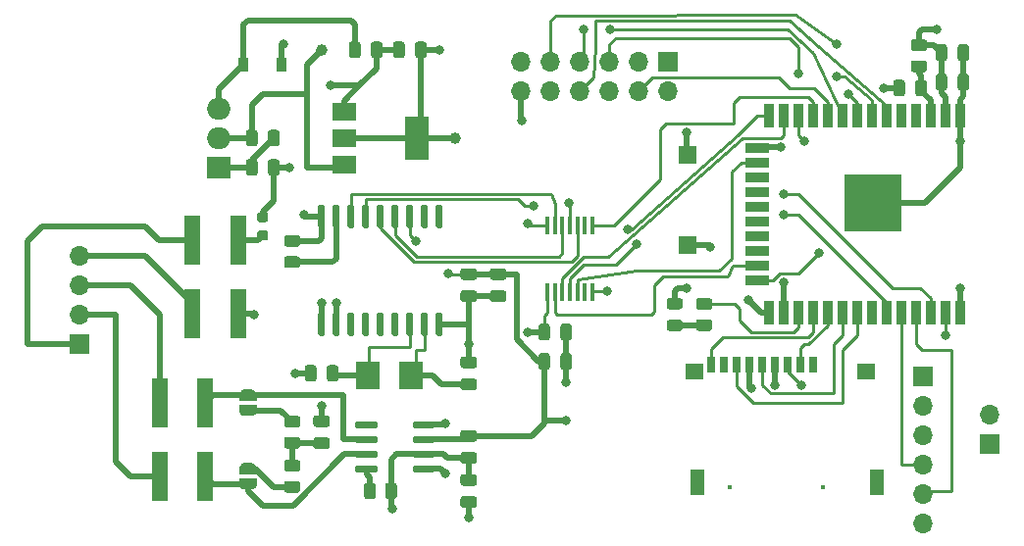
<source format=gbr>
%TF.GenerationSoftware,KiCad,Pcbnew,(5.1.9)-1*%
%TF.CreationDate,2021-03-13T19:54:34-06:00*%
%TF.ProjectId,SLKCAN,534c4b43-414e-42e6-9b69-6361645f7063,rev?*%
%TF.SameCoordinates,Original*%
%TF.FileFunction,Copper,L1,Top*%
%TF.FilePolarity,Positive*%
%FSLAX46Y46*%
G04 Gerber Fmt 4.6, Leading zero omitted, Abs format (unit mm)*
G04 Created by KiCad (PCBNEW (5.1.9)-1) date 2021-03-13 19:54:34*
%MOMM*%
%LPD*%
G01*
G04 APERTURE LIST*
%TA.AperFunction,ComponentPad*%
%ADD10O,2.000000X1.905000*%
%TD*%
%TA.AperFunction,ComponentPad*%
%ADD11R,2.000000X1.905000*%
%TD*%
%TA.AperFunction,SMDPad,CuDef*%
%ADD12R,1.400000X4.200000*%
%TD*%
%TA.AperFunction,SMDPad,CuDef*%
%ADD13R,2.000000X2.400000*%
%TD*%
%TA.AperFunction,SMDPad,CuDef*%
%ADD14R,0.410000X1.570000*%
%TD*%
%TA.AperFunction,SMDPad,CuDef*%
%ADD15R,0.900000X2.000000*%
%TD*%
%TA.AperFunction,SMDPad,CuDef*%
%ADD16R,2.000000X0.900000*%
%TD*%
%TA.AperFunction,SMDPad,CuDef*%
%ADD17R,5.000000X5.000000*%
%TD*%
%TA.AperFunction,SMDPad,CuDef*%
%ADD18R,2.000000X1.500000*%
%TD*%
%TA.AperFunction,SMDPad,CuDef*%
%ADD19R,2.000000X3.800000*%
%TD*%
%TA.AperFunction,SMDPad,CuDef*%
%ADD20C,1.000000*%
%TD*%
%TA.AperFunction,SMDPad,CuDef*%
%ADD21R,1.500000X1.500000*%
%TD*%
%TA.AperFunction,SMDPad,CuDef*%
%ADD22C,0.100000*%
%TD*%
%TA.AperFunction,ComponentPad*%
%ADD23O,1.700000X1.700000*%
%TD*%
%TA.AperFunction,ComponentPad*%
%ADD24R,1.700000X1.700000*%
%TD*%
%TA.AperFunction,SMDPad,CuDef*%
%ADD25R,1.200000X2.200000*%
%TD*%
%TA.AperFunction,SMDPad,CuDef*%
%ADD26R,1.600000X1.400000*%
%TD*%
%TA.AperFunction,ComponentPad*%
%ADD27C,0.450000*%
%TD*%
%TA.AperFunction,SMDPad,CuDef*%
%ADD28R,0.700000X1.400000*%
%TD*%
%TA.AperFunction,SMDPad,CuDef*%
%ADD29R,0.900000X1.200000*%
%TD*%
%TA.AperFunction,ViaPad*%
%ADD30C,0.800000*%
%TD*%
%TA.AperFunction,Conductor*%
%ADD31C,0.508000*%
%TD*%
%TA.AperFunction,Conductor*%
%ADD32C,0.250000*%
%TD*%
G04 APERTURE END LIST*
D10*
%TO.P,U2,3*%
%TO.N,Net-(C1-Pad1)*%
X121920000Y-77470000D03*
%TO.P,U2,2*%
%TO.N,+5V*%
X121920000Y-80010000D03*
D11*
%TO.P,U2,1*%
%TO.N,GND*%
X121920000Y-82550000D03*
%TD*%
D12*
%TO.P,L4,1*%
%TO.N,Net-(J2-Pad4)*%
X119686989Y-95147279D03*
%TO.P,L4,2*%
%TO.N,GND*%
X123586989Y-95147279D03*
%TD*%
%TO.P,L3,1*%
%TO.N,Net-(J2-Pad3)*%
X116840000Y-102870000D03*
%TO.P,L3,2*%
%TO.N,CAN_L*%
X120740000Y-102870000D03*
%TD*%
%TO.P,L2,1*%
%TO.N,Net-(J2-Pad2)*%
X116840000Y-109220000D03*
%TO.P,L2,2*%
%TO.N,CAN_H*%
X120740000Y-109220000D03*
%TD*%
%TO.P,L1,1*%
%TO.N,Net-(J2-Pad1)*%
X119686989Y-88797279D03*
%TO.P,L1,2*%
%TO.N,Net-(F1-Pad2)*%
X123586989Y-88797279D03*
%TD*%
D13*
%TO.P,Y1,2*%
%TO.N,Net-(C7-Pad1)*%
X134802821Y-100487227D03*
%TO.P,Y1,1*%
%TO.N,Net-(C8-Pad1)*%
X138502821Y-100487227D03*
%TD*%
D14*
%TO.P,U6,14*%
%TO.N,+5V*%
X150294303Y-87539275D03*
%TO.P,U6,13*%
%TO.N,CAN_\u002ACS*%
X150944303Y-87539275D03*
%TO.P,U6,12*%
%TO.N,CAN_SCK*%
X151594303Y-87539275D03*
%TO.P,U6,11*%
%TO.N,CAN_SO*%
X152244303Y-87539275D03*
%TO.P,U6,10*%
%TO.N,CAN_SI*%
X152894303Y-87539275D03*
%TO.P,U6,9*%
%TO.N,N/C*%
X153544303Y-87539275D03*
%TO.P,U6,8*%
%TO.N,GPIO26_EN*%
X154194303Y-87539275D03*
%TO.P,U6,7*%
%TO.N,GND*%
X154194303Y-93279275D03*
%TO.P,U6,6*%
%TO.N,N/C*%
X153544303Y-93279275D03*
%TO.P,U6,5*%
%TO.N,GPIO13_MOSI*%
X152894303Y-93279275D03*
%TO.P,U6,4*%
%TO.N,GPIO12_MISO*%
X152244303Y-93279275D03*
%TO.P,U6,3*%
%TO.N,GPIO14_CLK*%
X151594303Y-93279275D03*
%TO.P,U6,2*%
%TO.N,GPIO15_CS*%
X150944303Y-93279275D03*
%TO.P,U6,1*%
%TO.N,+3V3*%
X150294303Y-93279275D03*
%TD*%
%TO.P,U5,8*%
%TO.N,Net-(R2-Pad1)*%
%TA.AperFunction,SMDPad,CuDef*%
G36*
G01*
X135660000Y-108435000D02*
X135660000Y-108735000D01*
G75*
G02*
X135510000Y-108885000I-150000J0D01*
G01*
X133860000Y-108885000D01*
G75*
G02*
X133710000Y-108735000I0J150000D01*
G01*
X133710000Y-108435000D01*
G75*
G02*
X133860000Y-108285000I150000J0D01*
G01*
X135510000Y-108285000D01*
G75*
G02*
X135660000Y-108435000I0J-150000D01*
G01*
G37*
%TD.AperFunction*%
%TO.P,U5,7*%
%TO.N,CAN_H*%
%TA.AperFunction,SMDPad,CuDef*%
G36*
G01*
X135660000Y-107165000D02*
X135660000Y-107465000D01*
G75*
G02*
X135510000Y-107615000I-150000J0D01*
G01*
X133860000Y-107615000D01*
G75*
G02*
X133710000Y-107465000I0J150000D01*
G01*
X133710000Y-107165000D01*
G75*
G02*
X133860000Y-107015000I150000J0D01*
G01*
X135510000Y-107015000D01*
G75*
G02*
X135660000Y-107165000I0J-150000D01*
G01*
G37*
%TD.AperFunction*%
%TO.P,U5,6*%
%TO.N,CAN_L*%
%TA.AperFunction,SMDPad,CuDef*%
G36*
G01*
X135660000Y-105895000D02*
X135660000Y-106195000D01*
G75*
G02*
X135510000Y-106345000I-150000J0D01*
G01*
X133860000Y-106345000D01*
G75*
G02*
X133710000Y-106195000I0J150000D01*
G01*
X133710000Y-105895000D01*
G75*
G02*
X133860000Y-105745000I150000J0D01*
G01*
X135510000Y-105745000D01*
G75*
G02*
X135660000Y-105895000I0J-150000D01*
G01*
G37*
%TD.AperFunction*%
%TO.P,U5,5*%
%TO.N,Net-(U5-Pad5)*%
%TA.AperFunction,SMDPad,CuDef*%
G36*
G01*
X135660000Y-104625000D02*
X135660000Y-104925000D01*
G75*
G02*
X135510000Y-105075000I-150000J0D01*
G01*
X133860000Y-105075000D01*
G75*
G02*
X133710000Y-104925000I0J150000D01*
G01*
X133710000Y-104625000D01*
G75*
G02*
X133860000Y-104475000I150000J0D01*
G01*
X135510000Y-104475000D01*
G75*
G02*
X135660000Y-104625000I0J-150000D01*
G01*
G37*
%TD.AperFunction*%
%TO.P,U5,4*%
%TO.N,Net-(U4-Pad2)*%
%TA.AperFunction,SMDPad,CuDef*%
G36*
G01*
X140610000Y-104625000D02*
X140610000Y-104925000D01*
G75*
G02*
X140460000Y-105075000I-150000J0D01*
G01*
X138810000Y-105075000D01*
G75*
G02*
X138660000Y-104925000I0J150000D01*
G01*
X138660000Y-104625000D01*
G75*
G02*
X138810000Y-104475000I150000J0D01*
G01*
X140460000Y-104475000D01*
G75*
G02*
X140610000Y-104625000I0J-150000D01*
G01*
G37*
%TD.AperFunction*%
%TO.P,U5,3*%
%TO.N,+5V*%
%TA.AperFunction,SMDPad,CuDef*%
G36*
G01*
X140610000Y-105895000D02*
X140610000Y-106195000D01*
G75*
G02*
X140460000Y-106345000I-150000J0D01*
G01*
X138810000Y-106345000D01*
G75*
G02*
X138660000Y-106195000I0J150000D01*
G01*
X138660000Y-105895000D01*
G75*
G02*
X138810000Y-105745000I150000J0D01*
G01*
X140460000Y-105745000D01*
G75*
G02*
X140610000Y-105895000I0J-150000D01*
G01*
G37*
%TD.AperFunction*%
%TO.P,U5,2*%
%TO.N,GND*%
%TA.AperFunction,SMDPad,CuDef*%
G36*
G01*
X140610000Y-107165000D02*
X140610000Y-107465000D01*
G75*
G02*
X140460000Y-107615000I-150000J0D01*
G01*
X138810000Y-107615000D01*
G75*
G02*
X138660000Y-107465000I0J150000D01*
G01*
X138660000Y-107165000D01*
G75*
G02*
X138810000Y-107015000I150000J0D01*
G01*
X140460000Y-107015000D01*
G75*
G02*
X140610000Y-107165000I0J-150000D01*
G01*
G37*
%TD.AperFunction*%
%TO.P,U5,1*%
%TO.N,Net-(U4-Pad1)*%
%TA.AperFunction,SMDPad,CuDef*%
G36*
G01*
X140610000Y-108435000D02*
X140610000Y-108735000D01*
G75*
G02*
X140460000Y-108885000I-150000J0D01*
G01*
X138810000Y-108885000D01*
G75*
G02*
X138660000Y-108735000I0J150000D01*
G01*
X138660000Y-108435000D01*
G75*
G02*
X138810000Y-108285000I150000J0D01*
G01*
X140460000Y-108285000D01*
G75*
G02*
X140610000Y-108435000I0J-150000D01*
G01*
G37*
%TD.AperFunction*%
%TD*%
%TO.P,U4,18*%
%TO.N,+5V*%
%TA.AperFunction,SMDPad,CuDef*%
G36*
G01*
X130960000Y-87815000D02*
X130660000Y-87815000D01*
G75*
G02*
X130510000Y-87665000I0J150000D01*
G01*
X130510000Y-85915000D01*
G75*
G02*
X130660000Y-85765000I150000J0D01*
G01*
X130960000Y-85765000D01*
G75*
G02*
X131110000Y-85915000I0J-150000D01*
G01*
X131110000Y-87665000D01*
G75*
G02*
X130960000Y-87815000I-150000J0D01*
G01*
G37*
%TD.AperFunction*%
%TO.P,U4,17*%
%TO.N,Net-(R3-Pad2)*%
%TA.AperFunction,SMDPad,CuDef*%
G36*
G01*
X132230000Y-87815000D02*
X131930000Y-87815000D01*
G75*
G02*
X131780000Y-87665000I0J150000D01*
G01*
X131780000Y-85915000D01*
G75*
G02*
X131930000Y-85765000I150000J0D01*
G01*
X132230000Y-85765000D01*
G75*
G02*
X132380000Y-85915000I0J-150000D01*
G01*
X132380000Y-87665000D01*
G75*
G02*
X132230000Y-87815000I-150000J0D01*
G01*
G37*
%TD.AperFunction*%
%TO.P,U4,16*%
%TO.N,CAN_\u002ACS*%
%TA.AperFunction,SMDPad,CuDef*%
G36*
G01*
X133500000Y-87815000D02*
X133200000Y-87815000D01*
G75*
G02*
X133050000Y-87665000I0J150000D01*
G01*
X133050000Y-85915000D01*
G75*
G02*
X133200000Y-85765000I150000J0D01*
G01*
X133500000Y-85765000D01*
G75*
G02*
X133650000Y-85915000I0J-150000D01*
G01*
X133650000Y-87665000D01*
G75*
G02*
X133500000Y-87815000I-150000J0D01*
G01*
G37*
%TD.AperFunction*%
%TO.P,U4,15*%
%TO.N,CAN_SO*%
%TA.AperFunction,SMDPad,CuDef*%
G36*
G01*
X134770000Y-87815000D02*
X134470000Y-87815000D01*
G75*
G02*
X134320000Y-87665000I0J150000D01*
G01*
X134320000Y-85915000D01*
G75*
G02*
X134470000Y-85765000I150000J0D01*
G01*
X134770000Y-85765000D01*
G75*
G02*
X134920000Y-85915000I0J-150000D01*
G01*
X134920000Y-87665000D01*
G75*
G02*
X134770000Y-87815000I-150000J0D01*
G01*
G37*
%TD.AperFunction*%
%TO.P,U4,14*%
%TO.N,CAN_SI*%
%TA.AperFunction,SMDPad,CuDef*%
G36*
G01*
X136040000Y-87815000D02*
X135740000Y-87815000D01*
G75*
G02*
X135590000Y-87665000I0J150000D01*
G01*
X135590000Y-85915000D01*
G75*
G02*
X135740000Y-85765000I150000J0D01*
G01*
X136040000Y-85765000D01*
G75*
G02*
X136190000Y-85915000I0J-150000D01*
G01*
X136190000Y-87665000D01*
G75*
G02*
X136040000Y-87815000I-150000J0D01*
G01*
G37*
%TD.AperFunction*%
%TO.P,U4,13*%
%TO.N,CAN_SCK*%
%TA.AperFunction,SMDPad,CuDef*%
G36*
G01*
X137310000Y-87815000D02*
X137010000Y-87815000D01*
G75*
G02*
X136860000Y-87665000I0J150000D01*
G01*
X136860000Y-85915000D01*
G75*
G02*
X137010000Y-85765000I150000J0D01*
G01*
X137310000Y-85765000D01*
G75*
G02*
X137460000Y-85915000I0J-150000D01*
G01*
X137460000Y-87665000D01*
G75*
G02*
X137310000Y-87815000I-150000J0D01*
G01*
G37*
%TD.AperFunction*%
%TO.P,U4,12*%
%TO.N,CAN_\u002AINT*%
%TA.AperFunction,SMDPad,CuDef*%
G36*
G01*
X138580000Y-87815000D02*
X138280000Y-87815000D01*
G75*
G02*
X138130000Y-87665000I0J150000D01*
G01*
X138130000Y-85915000D01*
G75*
G02*
X138280000Y-85765000I150000J0D01*
G01*
X138580000Y-85765000D01*
G75*
G02*
X138730000Y-85915000I0J-150000D01*
G01*
X138730000Y-87665000D01*
G75*
G02*
X138580000Y-87815000I-150000J0D01*
G01*
G37*
%TD.AperFunction*%
%TO.P,U4,11*%
%TO.N,Net-(U4-Pad11)*%
%TA.AperFunction,SMDPad,CuDef*%
G36*
G01*
X139850000Y-87815000D02*
X139550000Y-87815000D01*
G75*
G02*
X139400000Y-87665000I0J150000D01*
G01*
X139400000Y-85915000D01*
G75*
G02*
X139550000Y-85765000I150000J0D01*
G01*
X139850000Y-85765000D01*
G75*
G02*
X140000000Y-85915000I0J-150000D01*
G01*
X140000000Y-87665000D01*
G75*
G02*
X139850000Y-87815000I-150000J0D01*
G01*
G37*
%TD.AperFunction*%
%TO.P,U4,10*%
%TO.N,Net-(U4-Pad10)*%
%TA.AperFunction,SMDPad,CuDef*%
G36*
G01*
X141120000Y-87815000D02*
X140820000Y-87815000D01*
G75*
G02*
X140670000Y-87665000I0J150000D01*
G01*
X140670000Y-85915000D01*
G75*
G02*
X140820000Y-85765000I150000J0D01*
G01*
X141120000Y-85765000D01*
G75*
G02*
X141270000Y-85915000I0J-150000D01*
G01*
X141270000Y-87665000D01*
G75*
G02*
X141120000Y-87815000I-150000J0D01*
G01*
G37*
%TD.AperFunction*%
%TO.P,U4,9*%
%TO.N,GND*%
%TA.AperFunction,SMDPad,CuDef*%
G36*
G01*
X141120000Y-97115000D02*
X140820000Y-97115000D01*
G75*
G02*
X140670000Y-96965000I0J150000D01*
G01*
X140670000Y-95215000D01*
G75*
G02*
X140820000Y-95065000I150000J0D01*
G01*
X141120000Y-95065000D01*
G75*
G02*
X141270000Y-95215000I0J-150000D01*
G01*
X141270000Y-96965000D01*
G75*
G02*
X141120000Y-97115000I-150000J0D01*
G01*
G37*
%TD.AperFunction*%
%TO.P,U4,8*%
%TO.N,Net-(C8-Pad1)*%
%TA.AperFunction,SMDPad,CuDef*%
G36*
G01*
X139850000Y-97115000D02*
X139550000Y-97115000D01*
G75*
G02*
X139400000Y-96965000I0J150000D01*
G01*
X139400000Y-95215000D01*
G75*
G02*
X139550000Y-95065000I150000J0D01*
G01*
X139850000Y-95065000D01*
G75*
G02*
X140000000Y-95215000I0J-150000D01*
G01*
X140000000Y-96965000D01*
G75*
G02*
X139850000Y-97115000I-150000J0D01*
G01*
G37*
%TD.AperFunction*%
%TO.P,U4,7*%
%TO.N,Net-(C7-Pad1)*%
%TA.AperFunction,SMDPad,CuDef*%
G36*
G01*
X138580000Y-97115000D02*
X138280000Y-97115000D01*
G75*
G02*
X138130000Y-96965000I0J150000D01*
G01*
X138130000Y-95215000D01*
G75*
G02*
X138280000Y-95065000I150000J0D01*
G01*
X138580000Y-95065000D01*
G75*
G02*
X138730000Y-95215000I0J-150000D01*
G01*
X138730000Y-96965000D01*
G75*
G02*
X138580000Y-97115000I-150000J0D01*
G01*
G37*
%TD.AperFunction*%
%TO.P,U4,6*%
%TO.N,Net-(U4-Pad6)*%
%TA.AperFunction,SMDPad,CuDef*%
G36*
G01*
X137310000Y-97115000D02*
X137010000Y-97115000D01*
G75*
G02*
X136860000Y-96965000I0J150000D01*
G01*
X136860000Y-95215000D01*
G75*
G02*
X137010000Y-95065000I150000J0D01*
G01*
X137310000Y-95065000D01*
G75*
G02*
X137460000Y-95215000I0J-150000D01*
G01*
X137460000Y-96965000D01*
G75*
G02*
X137310000Y-97115000I-150000J0D01*
G01*
G37*
%TD.AperFunction*%
%TO.P,U4,5*%
%TO.N,Net-(U4-Pad5)*%
%TA.AperFunction,SMDPad,CuDef*%
G36*
G01*
X136040000Y-97115000D02*
X135740000Y-97115000D01*
G75*
G02*
X135590000Y-96965000I0J150000D01*
G01*
X135590000Y-95215000D01*
G75*
G02*
X135740000Y-95065000I150000J0D01*
G01*
X136040000Y-95065000D01*
G75*
G02*
X136190000Y-95215000I0J-150000D01*
G01*
X136190000Y-96965000D01*
G75*
G02*
X136040000Y-97115000I-150000J0D01*
G01*
G37*
%TD.AperFunction*%
%TO.P,U4,4*%
%TO.N,Net-(U4-Pad4)*%
%TA.AperFunction,SMDPad,CuDef*%
G36*
G01*
X134770000Y-97115000D02*
X134470000Y-97115000D01*
G75*
G02*
X134320000Y-96965000I0J150000D01*
G01*
X134320000Y-95215000D01*
G75*
G02*
X134470000Y-95065000I150000J0D01*
G01*
X134770000Y-95065000D01*
G75*
G02*
X134920000Y-95215000I0J-150000D01*
G01*
X134920000Y-96965000D01*
G75*
G02*
X134770000Y-97115000I-150000J0D01*
G01*
G37*
%TD.AperFunction*%
%TO.P,U4,3*%
%TO.N,Net-(U4-Pad3)*%
%TA.AperFunction,SMDPad,CuDef*%
G36*
G01*
X133500000Y-97115000D02*
X133200000Y-97115000D01*
G75*
G02*
X133050000Y-96965000I0J150000D01*
G01*
X133050000Y-95215000D01*
G75*
G02*
X133200000Y-95065000I150000J0D01*
G01*
X133500000Y-95065000D01*
G75*
G02*
X133650000Y-95215000I0J-150000D01*
G01*
X133650000Y-96965000D01*
G75*
G02*
X133500000Y-97115000I-150000J0D01*
G01*
G37*
%TD.AperFunction*%
%TO.P,U4,2*%
%TO.N,Net-(U4-Pad2)*%
%TA.AperFunction,SMDPad,CuDef*%
G36*
G01*
X132230000Y-97115000D02*
X131930000Y-97115000D01*
G75*
G02*
X131780000Y-96965000I0J150000D01*
G01*
X131780000Y-95215000D01*
G75*
G02*
X131930000Y-95065000I150000J0D01*
G01*
X132230000Y-95065000D01*
G75*
G02*
X132380000Y-95215000I0J-150000D01*
G01*
X132380000Y-96965000D01*
G75*
G02*
X132230000Y-97115000I-150000J0D01*
G01*
G37*
%TD.AperFunction*%
%TO.P,U4,1*%
%TO.N,Net-(U4-Pad1)*%
%TA.AperFunction,SMDPad,CuDef*%
G36*
G01*
X130960000Y-97115000D02*
X130660000Y-97115000D01*
G75*
G02*
X130510000Y-96965000I0J150000D01*
G01*
X130510000Y-95215000D01*
G75*
G02*
X130660000Y-95065000I150000J0D01*
G01*
X130960000Y-95065000D01*
G75*
G02*
X131110000Y-95215000I0J-150000D01*
G01*
X131110000Y-96965000D01*
G75*
G02*
X130960000Y-97115000I-150000J0D01*
G01*
G37*
%TD.AperFunction*%
%TD*%
D15*
%TO.P,U3,38*%
%TO.N,GND*%
X185899303Y-95099275D03*
%TO.P,U3,37*%
%TO.N,GPIO23_VMOSI*%
X184629303Y-95099275D03*
%TO.P,U3,36*%
%TO.N,AUX2*%
X183359303Y-95099275D03*
%TO.P,U3,35*%
%TO.N,UART0_TXD*%
X182089303Y-95099275D03*
%TO.P,U3,34*%
%TO.N,UART0_RXD*%
X180819303Y-95099275D03*
%TO.P,U3,33*%
%TO.N,AUX1*%
X179549303Y-95099275D03*
%TO.P,U3,32*%
%TO.N,Net-(U3-Pad32)*%
X178279303Y-95099275D03*
%TO.P,U3,31*%
%TO.N,GPIO19_VMISO*%
X177009303Y-95099275D03*
%TO.P,U3,30*%
%TO.N,GPIO18_VCLK*%
X175739303Y-95099275D03*
%TO.P,U3,29*%
%TO.N,GPIO_VCS*%
X174469303Y-95099275D03*
%TO.P,U3,28*%
%TO.N,SD_DETECT*%
X173199303Y-95099275D03*
%TO.P,U3,27*%
%TO.N,Net-(R6-Pad2)*%
X171929303Y-95099275D03*
%TO.P,U3,26*%
%TO.N,CAN_\u002AINT*%
X170659303Y-95099275D03*
%TO.P,U3,25*%
%TO.N,Net-(SW1-Pad1)*%
X169389303Y-95099275D03*
D16*
%TO.P,U3,24*%
%TO.N,AUX0*%
X168389303Y-92314275D03*
%TO.P,U3,23*%
%TO.N,GPIO15_CS*%
X168389303Y-91044275D03*
%TO.P,U3,22*%
%TO.N,Net-(U3-Pad22)*%
X168389303Y-89774275D03*
%TO.P,U3,21*%
%TO.N,Net-(U3-Pad21)*%
X168389303Y-88504275D03*
%TO.P,U3,20*%
%TO.N,Net-(U3-Pad20)*%
X168389303Y-87234275D03*
%TO.P,U3,19*%
%TO.N,Net-(U3-Pad19)*%
X168389303Y-85964275D03*
%TO.P,U3,18*%
%TO.N,Net-(U3-Pad18)*%
X168389303Y-84694275D03*
%TO.P,U3,17*%
%TO.N,Net-(U3-Pad17)*%
X168389303Y-83424275D03*
%TO.P,U3,16*%
%TO.N,GPIO13_MOSI*%
X168389303Y-82154275D03*
%TO.P,U3,15*%
%TO.N,GND*%
X168389303Y-80884275D03*
D15*
%TO.P,U3,14*%
%TO.N,GPIO12_MISO*%
X169389303Y-78099275D03*
%TO.P,U3,13*%
%TO.N,GPIO14_CLK*%
X170659303Y-78099275D03*
%TO.P,U3,12*%
%TO.N,AUX4*%
X171929303Y-78099275D03*
%TO.P,U3,11*%
%TO.N,GPIO26_EN*%
X173199303Y-78099275D03*
%TO.P,U3,10*%
%TO.N,AUX3*%
X174469303Y-78099275D03*
%TO.P,U3,9*%
%TO.N,AUX6*%
X175739303Y-78099275D03*
%TO.P,U3,8*%
%TO.N,AUX5*%
X177009303Y-78099275D03*
%TO.P,U3,7*%
%TO.N,AUX8*%
X178279303Y-78099275D03*
%TO.P,U3,6*%
%TO.N,AUX7*%
X179549303Y-78099275D03*
%TO.P,U3,5*%
%TO.N,Net-(U3-Pad5)*%
X180819303Y-78099275D03*
%TO.P,U3,4*%
%TO.N,Net-(U3-Pad4)*%
X182089303Y-78099275D03*
%TO.P,U3,3*%
%TO.N,Net-(C2-Pad1)*%
X183359303Y-78099275D03*
%TO.P,U3,2*%
%TO.N,+3V3*%
X184629303Y-78099275D03*
%TO.P,U3,1*%
%TO.N,GND*%
X185899303Y-78099275D03*
D17*
%TO.P,U3,39*%
X178399303Y-85599275D03*
%TD*%
D18*
%TO.P,U1,1*%
%TO.N,GND*%
X132740000Y-77710000D03*
%TO.P,U1,3*%
%TO.N,+5V*%
X132740000Y-82310000D03*
%TO.P,U1,2*%
%TO.N,+3V3*%
X132740000Y-80010000D03*
D19*
X139040000Y-80010000D03*
%TD*%
D20*
%TO.P,TP6,1*%
%TO.N,+5V*%
X130810000Y-72390000D03*
%TD*%
%TO.P,TP5,1*%
%TO.N,+3V3*%
X142369300Y-80017252D03*
%TD*%
D21*
%TO.P,SW1,2*%
%TO.N,GND*%
X162404303Y-81429275D03*
%TO.P,SW1,1*%
%TO.N,Net-(SW1-Pad1)*%
X162404303Y-89229275D03*
%TD*%
%TO.P,R6,2*%
%TO.N,Net-(R6-Pad2)*%
%TA.AperFunction,SMDPad,CuDef*%
G36*
G01*
X164280001Y-94850000D02*
X163379999Y-94850000D01*
G75*
G02*
X163130000Y-94600001I0J249999D01*
G01*
X163130000Y-94074999D01*
G75*
G02*
X163379999Y-93825000I249999J0D01*
G01*
X164280001Y-93825000D01*
G75*
G02*
X164530000Y-94074999I0J-249999D01*
G01*
X164530000Y-94600001D01*
G75*
G02*
X164280001Y-94850000I-249999J0D01*
G01*
G37*
%TD.AperFunction*%
%TO.P,R6,1*%
%TO.N,Net-(D2-Pad2)*%
%TA.AperFunction,SMDPad,CuDef*%
G36*
G01*
X164280001Y-96675000D02*
X163379999Y-96675000D01*
G75*
G02*
X163130000Y-96425001I0J249999D01*
G01*
X163130000Y-95899999D01*
G75*
G02*
X163379999Y-95650000I249999J0D01*
G01*
X164280001Y-95650000D01*
G75*
G02*
X164530000Y-95899999I0J-249999D01*
G01*
X164530000Y-96425001D01*
G75*
G02*
X164280001Y-96675000I-249999J0D01*
G01*
G37*
%TD.AperFunction*%
%TD*%
%TO.P,R5,2*%
%TO.N,Net-(C15-Pad1)*%
%TA.AperFunction,SMDPad,CuDef*%
G36*
G01*
X127819999Y-105810000D02*
X128720001Y-105810000D01*
G75*
G02*
X128970000Y-106059999I0J-249999D01*
G01*
X128970000Y-106585001D01*
G75*
G02*
X128720001Y-106835000I-249999J0D01*
G01*
X127819999Y-106835000D01*
G75*
G02*
X127570000Y-106585001I0J249999D01*
G01*
X127570000Y-106059999D01*
G75*
G02*
X127819999Y-105810000I249999J0D01*
G01*
G37*
%TD.AperFunction*%
%TO.P,R5,1*%
%TO.N,Net-(JP3-Pad1)*%
%TA.AperFunction,SMDPad,CuDef*%
G36*
G01*
X127819999Y-103985000D02*
X128720001Y-103985000D01*
G75*
G02*
X128970000Y-104234999I0J-249999D01*
G01*
X128970000Y-104760001D01*
G75*
G02*
X128720001Y-105010000I-249999J0D01*
G01*
X127819999Y-105010000D01*
G75*
G02*
X127570000Y-104760001I0J249999D01*
G01*
X127570000Y-104234999D01*
G75*
G02*
X127819999Y-103985000I249999J0D01*
G01*
G37*
%TD.AperFunction*%
%TD*%
%TO.P,R4,2*%
%TO.N,Net-(JP2-Pad2)*%
%TA.AperFunction,SMDPad,CuDef*%
G36*
G01*
X127819999Y-109620000D02*
X128720001Y-109620000D01*
G75*
G02*
X128970000Y-109869999I0J-249999D01*
G01*
X128970000Y-110395001D01*
G75*
G02*
X128720001Y-110645000I-249999J0D01*
G01*
X127819999Y-110645000D01*
G75*
G02*
X127570000Y-110395001I0J249999D01*
G01*
X127570000Y-109869999D01*
G75*
G02*
X127819999Y-109620000I249999J0D01*
G01*
G37*
%TD.AperFunction*%
%TO.P,R4,1*%
%TO.N,Net-(C15-Pad1)*%
%TA.AperFunction,SMDPad,CuDef*%
G36*
G01*
X127819999Y-107795000D02*
X128720001Y-107795000D01*
G75*
G02*
X128970000Y-108044999I0J-249999D01*
G01*
X128970000Y-108570001D01*
G75*
G02*
X128720001Y-108820000I-249999J0D01*
G01*
X127819999Y-108820000D01*
G75*
G02*
X127570000Y-108570001I0J249999D01*
G01*
X127570000Y-108044999D01*
G75*
G02*
X127819999Y-107795000I249999J0D01*
G01*
G37*
%TD.AperFunction*%
%TD*%
%TO.P,R3,2*%
%TO.N,Net-(R3-Pad2)*%
%TA.AperFunction,SMDPad,CuDef*%
G36*
G01*
X127819999Y-90212500D02*
X128720001Y-90212500D01*
G75*
G02*
X128970000Y-90462499I0J-249999D01*
G01*
X128970000Y-90987501D01*
G75*
G02*
X128720001Y-91237500I-249999J0D01*
G01*
X127819999Y-91237500D01*
G75*
G02*
X127570000Y-90987501I0J249999D01*
G01*
X127570000Y-90462499D01*
G75*
G02*
X127819999Y-90212500I249999J0D01*
G01*
G37*
%TD.AperFunction*%
%TO.P,R3,1*%
%TO.N,+5V*%
%TA.AperFunction,SMDPad,CuDef*%
G36*
G01*
X127819999Y-88387500D02*
X128720001Y-88387500D01*
G75*
G02*
X128970000Y-88637499I0J-249999D01*
G01*
X128970000Y-89162501D01*
G75*
G02*
X128720001Y-89412500I-249999J0D01*
G01*
X127819999Y-89412500D01*
G75*
G02*
X127570000Y-89162501I0J249999D01*
G01*
X127570000Y-88637499D01*
G75*
G02*
X127819999Y-88387500I249999J0D01*
G01*
G37*
%TD.AperFunction*%
%TD*%
%TO.P,R2,2*%
%TO.N,GND*%
%TA.AperFunction,SMDPad,CuDef*%
G36*
G01*
X136290000Y-110940001D02*
X136290000Y-110039999D01*
G75*
G02*
X136539999Y-109790000I249999J0D01*
G01*
X137065001Y-109790000D01*
G75*
G02*
X137315000Y-110039999I0J-249999D01*
G01*
X137315000Y-110940001D01*
G75*
G02*
X137065001Y-111190000I-249999J0D01*
G01*
X136539999Y-111190000D01*
G75*
G02*
X136290000Y-110940001I0J249999D01*
G01*
G37*
%TD.AperFunction*%
%TO.P,R2,1*%
%TO.N,Net-(R2-Pad1)*%
%TA.AperFunction,SMDPad,CuDef*%
G36*
G01*
X134465000Y-110940001D02*
X134465000Y-110039999D01*
G75*
G02*
X134714999Y-109790000I249999J0D01*
G01*
X135240001Y-109790000D01*
G75*
G02*
X135490000Y-110039999I0J-249999D01*
G01*
X135490000Y-110940001D01*
G75*
G02*
X135240001Y-111190000I-249999J0D01*
G01*
X134714999Y-111190000D01*
G75*
G02*
X134465000Y-110940001I0J249999D01*
G01*
G37*
%TD.AperFunction*%
%TD*%
%TO.P,R1,2*%
%TO.N,Net-(C2-Pad1)*%
%TA.AperFunction,SMDPad,CuDef*%
G36*
G01*
X181921999Y-73298000D02*
X182822001Y-73298000D01*
G75*
G02*
X183072000Y-73547999I0J-249999D01*
G01*
X183072000Y-74073001D01*
G75*
G02*
X182822001Y-74323000I-249999J0D01*
G01*
X181921999Y-74323000D01*
G75*
G02*
X181672000Y-74073001I0J249999D01*
G01*
X181672000Y-73547999D01*
G75*
G02*
X181921999Y-73298000I249999J0D01*
G01*
G37*
%TD.AperFunction*%
%TO.P,R1,1*%
%TO.N,+3V3*%
%TA.AperFunction,SMDPad,CuDef*%
G36*
G01*
X181921999Y-71473000D02*
X182822001Y-71473000D01*
G75*
G02*
X183072000Y-71722999I0J-249999D01*
G01*
X183072000Y-72248001D01*
G75*
G02*
X182822001Y-72498000I-249999J0D01*
G01*
X181921999Y-72498000D01*
G75*
G02*
X181672000Y-72248001I0J249999D01*
G01*
X181672000Y-71722999D01*
G75*
G02*
X181921999Y-71473000I249999J0D01*
G01*
G37*
%TD.AperFunction*%
%TD*%
%TA.AperFunction,SMDPad,CuDef*%
D22*
%TO.P,JP3,2*%
%TO.N,CAN_L*%
G36*
X123710602Y-102220000D02*
G01*
X123710602Y-102195466D01*
X123715412Y-102146635D01*
X123724984Y-102098510D01*
X123739228Y-102051555D01*
X123758005Y-102006222D01*
X123781136Y-101962949D01*
X123808396Y-101922150D01*
X123839524Y-101884221D01*
X123874221Y-101849524D01*
X123912150Y-101818396D01*
X123952949Y-101791136D01*
X123996222Y-101768005D01*
X124041555Y-101749228D01*
X124088510Y-101734984D01*
X124136635Y-101725412D01*
X124185466Y-101720602D01*
X124210000Y-101720602D01*
X124210000Y-101720000D01*
X124710000Y-101720000D01*
X124710000Y-101720602D01*
X124734534Y-101720602D01*
X124783365Y-101725412D01*
X124831490Y-101734984D01*
X124878445Y-101749228D01*
X124923778Y-101768005D01*
X124967051Y-101791136D01*
X125007850Y-101818396D01*
X125045779Y-101849524D01*
X125080476Y-101884221D01*
X125111604Y-101922150D01*
X125138864Y-101962949D01*
X125161995Y-102006222D01*
X125180772Y-102051555D01*
X125195016Y-102098510D01*
X125204588Y-102146635D01*
X125209398Y-102195466D01*
X125209398Y-102220000D01*
X125210000Y-102220000D01*
X125210000Y-102720000D01*
X123710000Y-102720000D01*
X123710000Y-102220000D01*
X123710602Y-102220000D01*
G37*
%TD.AperFunction*%
%TA.AperFunction,SMDPad,CuDef*%
%TO.P,JP3,1*%
%TO.N,Net-(JP3-Pad1)*%
G36*
X125210000Y-103020000D02*
G01*
X125210000Y-103520000D01*
X125209398Y-103520000D01*
X125209398Y-103544534D01*
X125204588Y-103593365D01*
X125195016Y-103641490D01*
X125180772Y-103688445D01*
X125161995Y-103733778D01*
X125138864Y-103777051D01*
X125111604Y-103817850D01*
X125080476Y-103855779D01*
X125045779Y-103890476D01*
X125007850Y-103921604D01*
X124967051Y-103948864D01*
X124923778Y-103971995D01*
X124878445Y-103990772D01*
X124831490Y-104005016D01*
X124783365Y-104014588D01*
X124734534Y-104019398D01*
X124710000Y-104019398D01*
X124710000Y-104020000D01*
X124210000Y-104020000D01*
X124210000Y-104019398D01*
X124185466Y-104019398D01*
X124136635Y-104014588D01*
X124088510Y-104005016D01*
X124041555Y-103990772D01*
X123996222Y-103971995D01*
X123952949Y-103948864D01*
X123912150Y-103921604D01*
X123874221Y-103890476D01*
X123839524Y-103855779D01*
X123808396Y-103817850D01*
X123781136Y-103777051D01*
X123758005Y-103733778D01*
X123739228Y-103688445D01*
X123724984Y-103641490D01*
X123715412Y-103593365D01*
X123710602Y-103544534D01*
X123710602Y-103520000D01*
X123710000Y-103520000D01*
X123710000Y-103020000D01*
X125210000Y-103020000D01*
G37*
%TD.AperFunction*%
%TD*%
%TA.AperFunction,SMDPad,CuDef*%
%TO.P,JP2,2*%
%TO.N,Net-(JP2-Pad2)*%
G36*
X123710602Y-108570000D02*
G01*
X123710602Y-108545466D01*
X123715412Y-108496635D01*
X123724984Y-108448510D01*
X123739228Y-108401555D01*
X123758005Y-108356222D01*
X123781136Y-108312949D01*
X123808396Y-108272150D01*
X123839524Y-108234221D01*
X123874221Y-108199524D01*
X123912150Y-108168396D01*
X123952949Y-108141136D01*
X123996222Y-108118005D01*
X124041555Y-108099228D01*
X124088510Y-108084984D01*
X124136635Y-108075412D01*
X124185466Y-108070602D01*
X124210000Y-108070602D01*
X124210000Y-108070000D01*
X124710000Y-108070000D01*
X124710000Y-108070602D01*
X124734534Y-108070602D01*
X124783365Y-108075412D01*
X124831490Y-108084984D01*
X124878445Y-108099228D01*
X124923778Y-108118005D01*
X124967051Y-108141136D01*
X125007850Y-108168396D01*
X125045779Y-108199524D01*
X125080476Y-108234221D01*
X125111604Y-108272150D01*
X125138864Y-108312949D01*
X125161995Y-108356222D01*
X125180772Y-108401555D01*
X125195016Y-108448510D01*
X125204588Y-108496635D01*
X125209398Y-108545466D01*
X125209398Y-108570000D01*
X125210000Y-108570000D01*
X125210000Y-109070000D01*
X123710000Y-109070000D01*
X123710000Y-108570000D01*
X123710602Y-108570000D01*
G37*
%TD.AperFunction*%
%TA.AperFunction,SMDPad,CuDef*%
%TO.P,JP2,1*%
%TO.N,CAN_H*%
G36*
X125210000Y-109370000D02*
G01*
X125210000Y-109870000D01*
X125209398Y-109870000D01*
X125209398Y-109894534D01*
X125204588Y-109943365D01*
X125195016Y-109991490D01*
X125180772Y-110038445D01*
X125161995Y-110083778D01*
X125138864Y-110127051D01*
X125111604Y-110167850D01*
X125080476Y-110205779D01*
X125045779Y-110240476D01*
X125007850Y-110271604D01*
X124967051Y-110298864D01*
X124923778Y-110321995D01*
X124878445Y-110340772D01*
X124831490Y-110355016D01*
X124783365Y-110364588D01*
X124734534Y-110369398D01*
X124710000Y-110369398D01*
X124710000Y-110370000D01*
X124210000Y-110370000D01*
X124210000Y-110369398D01*
X124185466Y-110369398D01*
X124136635Y-110364588D01*
X124088510Y-110355016D01*
X124041555Y-110340772D01*
X123996222Y-110321995D01*
X123952949Y-110298864D01*
X123912150Y-110271604D01*
X123874221Y-110240476D01*
X123839524Y-110205779D01*
X123808396Y-110167850D01*
X123781136Y-110127051D01*
X123758005Y-110083778D01*
X123739228Y-110038445D01*
X123724984Y-109991490D01*
X123715412Y-109943365D01*
X123710602Y-109894534D01*
X123710602Y-109870000D01*
X123710000Y-109870000D01*
X123710000Y-109370000D01*
X125210000Y-109370000D01*
G37*
%TD.AperFunction*%
%TD*%
D23*
%TO.P,JP1,2*%
%TO.N,+5V*%
X188468000Y-103886000D03*
D24*
%TO.P,JP1,1*%
%TO.N,Net-(J1-Pad3)*%
X188468000Y-106426000D03*
%TD*%
D23*
%TO.P,J4,12*%
%TO.N,+5V*%
X148044993Y-75946495D03*
%TO.P,J4,11*%
%TO.N,GND*%
X148044993Y-73406495D03*
%TO.P,J4,10*%
%TO.N,+3V3*%
X150584993Y-75946495D03*
%TO.P,J4,9*%
%TO.N,AUX8*%
X150584993Y-73406495D03*
%TO.P,J4,8*%
%TO.N,AUX7*%
X153124993Y-75946495D03*
%TO.P,J4,7*%
%TO.N,AUX6*%
X153124993Y-73406495D03*
%TO.P,J4,6*%
%TO.N,AUX5*%
X155664993Y-75946495D03*
%TO.P,J4,5*%
%TO.N,AUX4*%
X155664993Y-73406495D03*
%TO.P,J4,4*%
%TO.N,AUX3*%
X158204993Y-75946495D03*
%TO.P,J4,3*%
%TO.N,AUX2*%
X158204993Y-73406495D03*
%TO.P,J4,2*%
%TO.N,AUX1*%
X160744993Y-75946495D03*
D24*
%TO.P,J4,1*%
%TO.N,AUX0*%
X160744993Y-73406495D03*
%TD*%
D25*
%TO.P,J3,MP4*%
%TO.N,Net-(J3-PadMP4)*%
X178744689Y-109740283D03*
%TO.P,J3,MP3*%
%TO.N,Net-(J3-PadMP3)*%
X163244689Y-109740283D03*
D26*
%TO.P,J3,MP2*%
%TO.N,Net-(J3-PadMP2)*%
X177844689Y-100140283D03*
%TO.P,J3,MP1*%
%TO.N,Net-(J3-PadMP1)*%
X162994689Y-100140283D03*
D27*
%TO.P,J3,15*%
%TO.N,N/C*%
X174044689Y-110140283D03*
%TO.P,J3,14*%
X166044689Y-110140283D03*
D28*
%TO.P,J3,9*%
%TO.N,SD_DETECT*%
X164444689Y-99540283D03*
%TO.P,J3,8*%
%TO.N,Net-(J3-Pad8)*%
X165544689Y-99540283D03*
%TO.P,J3,7*%
%TO.N,GPIO19_VMISO*%
X166644689Y-99540283D03*
%TO.P,J3,6*%
%TO.N,GND*%
X167744689Y-99540283D03*
%TO.P,J3,5*%
%TO.N,GPIO18_VCLK*%
X168844689Y-99540283D03*
%TO.P,J3,4*%
%TO.N,+3V3*%
X169944689Y-99540283D03*
%TO.P,J3,3*%
%TO.N,GPIO23_VMOSI*%
X171044689Y-99540283D03*
%TO.P,J3,2*%
%TO.N,GPIO_VCS*%
X172144689Y-99540283D03*
%TO.P,J3,1*%
%TO.N,Net-(J3-Pad1)*%
X173244689Y-99540283D03*
%TD*%
D23*
%TO.P,J2,4*%
%TO.N,Net-(J2-Pad4)*%
X109883783Y-90152253D03*
%TO.P,J2,3*%
%TO.N,Net-(J2-Pad3)*%
X109883783Y-92692253D03*
%TO.P,J2,2*%
%TO.N,Net-(J2-Pad2)*%
X109883783Y-95232253D03*
D24*
%TO.P,J2,1*%
%TO.N,Net-(J2-Pad1)*%
X109883783Y-97772253D03*
%TD*%
D23*
%TO.P,J1,6*%
%TO.N,Net-(J1-Pad6)*%
X182724303Y-113269275D03*
%TO.P,J1,5*%
%TO.N,UART0_TXD*%
X182724303Y-110729275D03*
%TO.P,J1,4*%
%TO.N,UART0_RXD*%
X182724303Y-108189275D03*
%TO.P,J1,3*%
%TO.N,Net-(J1-Pad3)*%
X182724303Y-105649275D03*
%TO.P,J1,2*%
%TO.N,Net-(J1-Pad2)*%
X182724303Y-103109275D03*
D24*
%TO.P,J1,1*%
%TO.N,GND*%
X182724303Y-100569275D03*
%TD*%
%TO.P,F1,2*%
%TO.N,Net-(F1-Pad2)*%
%TA.AperFunction,SMDPad,CuDef*%
G36*
G01*
X125473750Y-87980000D02*
X125986250Y-87980000D01*
G75*
G02*
X126205000Y-88198750I0J-218750D01*
G01*
X126205000Y-88636250D01*
G75*
G02*
X125986250Y-88855000I-218750J0D01*
G01*
X125473750Y-88855000D01*
G75*
G02*
X125255000Y-88636250I0J218750D01*
G01*
X125255000Y-88198750D01*
G75*
G02*
X125473750Y-87980000I218750J0D01*
G01*
G37*
%TD.AperFunction*%
%TO.P,F1,1*%
%TO.N,Net-(C11-Pad1)*%
%TA.AperFunction,SMDPad,CuDef*%
G36*
G01*
X125473750Y-86405000D02*
X125986250Y-86405000D01*
G75*
G02*
X126205000Y-86623750I0J-218750D01*
G01*
X126205000Y-87061250D01*
G75*
G02*
X125986250Y-87280000I-218750J0D01*
G01*
X125473750Y-87280000D01*
G75*
G02*
X125255000Y-87061250I0J218750D01*
G01*
X125255000Y-86623750D01*
G75*
G02*
X125473750Y-86405000I218750J0D01*
G01*
G37*
%TD.AperFunction*%
%TD*%
%TO.P,D2,2*%
%TO.N,Net-(D2-Pad2)*%
%TA.AperFunction,SMDPad,CuDef*%
G36*
G01*
X160833750Y-95700000D02*
X161746250Y-95700000D01*
G75*
G02*
X161990000Y-95943750I0J-243750D01*
G01*
X161990000Y-96431250D01*
G75*
G02*
X161746250Y-96675000I-243750J0D01*
G01*
X160833750Y-96675000D01*
G75*
G02*
X160590000Y-96431250I0J243750D01*
G01*
X160590000Y-95943750D01*
G75*
G02*
X160833750Y-95700000I243750J0D01*
G01*
G37*
%TD.AperFunction*%
%TO.P,D2,1*%
%TO.N,+3V3*%
%TA.AperFunction,SMDPad,CuDef*%
G36*
G01*
X160833750Y-93825000D02*
X161746250Y-93825000D01*
G75*
G02*
X161990000Y-94068750I0J-243750D01*
G01*
X161990000Y-94556250D01*
G75*
G02*
X161746250Y-94800000I-243750J0D01*
G01*
X160833750Y-94800000D01*
G75*
G02*
X160590000Y-94556250I0J243750D01*
G01*
X160590000Y-94068750D01*
G75*
G02*
X160833750Y-93825000I243750J0D01*
G01*
G37*
%TD.AperFunction*%
%TD*%
D29*
%TO.P,D1,2*%
%TO.N,Net-(C11-Pad1)*%
X127380000Y-73660000D03*
%TO.P,D1,1*%
%TO.N,Net-(C1-Pad1)*%
X124080000Y-73660000D03*
%TD*%
%TO.P,C16,2*%
%TO.N,+3V3*%
%TA.AperFunction,SMDPad,CuDef*%
G36*
G01*
X143035000Y-110940000D02*
X143985000Y-110940000D01*
G75*
G02*
X144235000Y-111190000I0J-250000D01*
G01*
X144235000Y-111690000D01*
G75*
G02*
X143985000Y-111940000I-250000J0D01*
G01*
X143035000Y-111940000D01*
G75*
G02*
X142785000Y-111690000I0J250000D01*
G01*
X142785000Y-111190000D01*
G75*
G02*
X143035000Y-110940000I250000J0D01*
G01*
G37*
%TD.AperFunction*%
%TO.P,C16,1*%
%TO.N,GND*%
%TA.AperFunction,SMDPad,CuDef*%
G36*
G01*
X143035000Y-109040000D02*
X143985000Y-109040000D01*
G75*
G02*
X144235000Y-109290000I0J-250000D01*
G01*
X144235000Y-109790000D01*
G75*
G02*
X143985000Y-110040000I-250000J0D01*
G01*
X143035000Y-110040000D01*
G75*
G02*
X142785000Y-109790000I0J250000D01*
G01*
X142785000Y-109290000D01*
G75*
G02*
X143035000Y-109040000I250000J0D01*
G01*
G37*
%TD.AperFunction*%
%TD*%
%TO.P,C15,2*%
%TO.N,GND*%
%TA.AperFunction,SMDPad,CuDef*%
G36*
G01*
X131285000Y-104960000D02*
X130335000Y-104960000D01*
G75*
G02*
X130085000Y-104710000I0J250000D01*
G01*
X130085000Y-104210000D01*
G75*
G02*
X130335000Y-103960000I250000J0D01*
G01*
X131285000Y-103960000D01*
G75*
G02*
X131535000Y-104210000I0J-250000D01*
G01*
X131535000Y-104710000D01*
G75*
G02*
X131285000Y-104960000I-250000J0D01*
G01*
G37*
%TD.AperFunction*%
%TO.P,C15,1*%
%TO.N,Net-(C15-Pad1)*%
%TA.AperFunction,SMDPad,CuDef*%
G36*
G01*
X131285000Y-106860000D02*
X130335000Y-106860000D01*
G75*
G02*
X130085000Y-106610000I0J250000D01*
G01*
X130085000Y-106110000D01*
G75*
G02*
X130335000Y-105860000I250000J0D01*
G01*
X131285000Y-105860000D01*
G75*
G02*
X131535000Y-106110000I0J-250000D01*
G01*
X131535000Y-106610000D01*
G75*
G02*
X131285000Y-106860000I-250000J0D01*
G01*
G37*
%TD.AperFunction*%
%TD*%
%TO.P,C14,2*%
%TO.N,+5V*%
%TA.AperFunction,SMDPad,CuDef*%
G36*
G01*
X143985000Y-106230000D02*
X143035000Y-106230000D01*
G75*
G02*
X142785000Y-105980000I0J250000D01*
G01*
X142785000Y-105480000D01*
G75*
G02*
X143035000Y-105230000I250000J0D01*
G01*
X143985000Y-105230000D01*
G75*
G02*
X144235000Y-105480000I0J-250000D01*
G01*
X144235000Y-105980000D01*
G75*
G02*
X143985000Y-106230000I-250000J0D01*
G01*
G37*
%TD.AperFunction*%
%TO.P,C14,1*%
%TO.N,GND*%
%TA.AperFunction,SMDPad,CuDef*%
G36*
G01*
X143985000Y-108130000D02*
X143035000Y-108130000D01*
G75*
G02*
X142785000Y-107880000I0J250000D01*
G01*
X142785000Y-107380000D01*
G75*
G02*
X143035000Y-107130000I250000J0D01*
G01*
X143985000Y-107130000D01*
G75*
G02*
X144235000Y-107380000I0J-250000D01*
G01*
X144235000Y-107880000D01*
G75*
G02*
X143985000Y-108130000I-250000J0D01*
G01*
G37*
%TD.AperFunction*%
%TD*%
%TO.P,C13,2*%
%TO.N,+5V*%
%TA.AperFunction,SMDPad,CuDef*%
G36*
G01*
X143985000Y-92260000D02*
X143035000Y-92260000D01*
G75*
G02*
X142785000Y-92010000I0J250000D01*
G01*
X142785000Y-91510000D01*
G75*
G02*
X143035000Y-91260000I250000J0D01*
G01*
X143985000Y-91260000D01*
G75*
G02*
X144235000Y-91510000I0J-250000D01*
G01*
X144235000Y-92010000D01*
G75*
G02*
X143985000Y-92260000I-250000J0D01*
G01*
G37*
%TD.AperFunction*%
%TO.P,C13,1*%
%TO.N,GND*%
%TA.AperFunction,SMDPad,CuDef*%
G36*
G01*
X143985000Y-94160000D02*
X143035000Y-94160000D01*
G75*
G02*
X142785000Y-93910000I0J250000D01*
G01*
X142785000Y-93410000D01*
G75*
G02*
X143035000Y-93160000I250000J0D01*
G01*
X143985000Y-93160000D01*
G75*
G02*
X144235000Y-93410000I0J-250000D01*
G01*
X144235000Y-93910000D01*
G75*
G02*
X143985000Y-94160000I-250000J0D01*
G01*
G37*
%TD.AperFunction*%
%TD*%
%TO.P,C12,2*%
%TO.N,+5V*%
%TA.AperFunction,SMDPad,CuDef*%
G36*
G01*
X146525000Y-92260000D02*
X145575000Y-92260000D01*
G75*
G02*
X145325000Y-92010000I0J250000D01*
G01*
X145325000Y-91510000D01*
G75*
G02*
X145575000Y-91260000I250000J0D01*
G01*
X146525000Y-91260000D01*
G75*
G02*
X146775000Y-91510000I0J-250000D01*
G01*
X146775000Y-92010000D01*
G75*
G02*
X146525000Y-92260000I-250000J0D01*
G01*
G37*
%TD.AperFunction*%
%TO.P,C12,1*%
%TO.N,GND*%
%TA.AperFunction,SMDPad,CuDef*%
G36*
G01*
X146525000Y-94160000D02*
X145575000Y-94160000D01*
G75*
G02*
X145325000Y-93910000I0J250000D01*
G01*
X145325000Y-93410000D01*
G75*
G02*
X145575000Y-93160000I250000J0D01*
G01*
X146525000Y-93160000D01*
G75*
G02*
X146775000Y-93410000I0J-250000D01*
G01*
X146775000Y-93910000D01*
G75*
G02*
X146525000Y-94160000I-250000J0D01*
G01*
G37*
%TD.AperFunction*%
%TD*%
%TO.P,C11,2*%
%TO.N,GND*%
%TA.AperFunction,SMDPad,CuDef*%
G36*
G01*
X125280000Y-82075000D02*
X125280000Y-83025000D01*
G75*
G02*
X125030000Y-83275000I-250000J0D01*
G01*
X124530000Y-83275000D01*
G75*
G02*
X124280000Y-83025000I0J250000D01*
G01*
X124280000Y-82075000D01*
G75*
G02*
X124530000Y-81825000I250000J0D01*
G01*
X125030000Y-81825000D01*
G75*
G02*
X125280000Y-82075000I0J-250000D01*
G01*
G37*
%TD.AperFunction*%
%TO.P,C11,1*%
%TO.N,Net-(C11-Pad1)*%
%TA.AperFunction,SMDPad,CuDef*%
G36*
G01*
X127180000Y-82075000D02*
X127180000Y-83025000D01*
G75*
G02*
X126930000Y-83275000I-250000J0D01*
G01*
X126430000Y-83275000D01*
G75*
G02*
X126180000Y-83025000I0J250000D01*
G01*
X126180000Y-82075000D01*
G75*
G02*
X126430000Y-81825000I250000J0D01*
G01*
X126930000Y-81825000D01*
G75*
G02*
X127180000Y-82075000I0J-250000D01*
G01*
G37*
%TD.AperFunction*%
%TD*%
%TO.P,C10,2*%
%TO.N,+5V*%
%TA.AperFunction,SMDPad,CuDef*%
G36*
G01*
X150524303Y-98824275D02*
X150524303Y-99774275D01*
G75*
G02*
X150274303Y-100024275I-250000J0D01*
G01*
X149774303Y-100024275D01*
G75*
G02*
X149524303Y-99774275I0J250000D01*
G01*
X149524303Y-98824275D01*
G75*
G02*
X149774303Y-98574275I250000J0D01*
G01*
X150274303Y-98574275D01*
G75*
G02*
X150524303Y-98824275I0J-250000D01*
G01*
G37*
%TD.AperFunction*%
%TO.P,C10,1*%
%TO.N,GND*%
%TA.AperFunction,SMDPad,CuDef*%
G36*
G01*
X152424303Y-98824275D02*
X152424303Y-99774275D01*
G75*
G02*
X152174303Y-100024275I-250000J0D01*
G01*
X151674303Y-100024275D01*
G75*
G02*
X151424303Y-99774275I0J250000D01*
G01*
X151424303Y-98824275D01*
G75*
G02*
X151674303Y-98574275I250000J0D01*
G01*
X152174303Y-98574275D01*
G75*
G02*
X152424303Y-98824275I0J-250000D01*
G01*
G37*
%TD.AperFunction*%
%TD*%
%TO.P,C9,2*%
%TO.N,+3V3*%
%TA.AperFunction,SMDPad,CuDef*%
G36*
G01*
X150524303Y-96284275D02*
X150524303Y-97234275D01*
G75*
G02*
X150274303Y-97484275I-250000J0D01*
G01*
X149774303Y-97484275D01*
G75*
G02*
X149524303Y-97234275I0J250000D01*
G01*
X149524303Y-96284275D01*
G75*
G02*
X149774303Y-96034275I250000J0D01*
G01*
X150274303Y-96034275D01*
G75*
G02*
X150524303Y-96284275I0J-250000D01*
G01*
G37*
%TD.AperFunction*%
%TO.P,C9,1*%
%TO.N,GND*%
%TA.AperFunction,SMDPad,CuDef*%
G36*
G01*
X152424303Y-96284275D02*
X152424303Y-97234275D01*
G75*
G02*
X152174303Y-97484275I-250000J0D01*
G01*
X151674303Y-97484275D01*
G75*
G02*
X151424303Y-97234275I0J250000D01*
G01*
X151424303Y-96284275D01*
G75*
G02*
X151674303Y-96034275I250000J0D01*
G01*
X152174303Y-96034275D01*
G75*
G02*
X152424303Y-96284275I0J-250000D01*
G01*
G37*
%TD.AperFunction*%
%TD*%
%TO.P,C8,2*%
%TO.N,GND*%
%TA.AperFunction,SMDPad,CuDef*%
G36*
G01*
X143985000Y-99880000D02*
X143035000Y-99880000D01*
G75*
G02*
X142785000Y-99630000I0J250000D01*
G01*
X142785000Y-99130000D01*
G75*
G02*
X143035000Y-98880000I250000J0D01*
G01*
X143985000Y-98880000D01*
G75*
G02*
X144235000Y-99130000I0J-250000D01*
G01*
X144235000Y-99630000D01*
G75*
G02*
X143985000Y-99880000I-250000J0D01*
G01*
G37*
%TD.AperFunction*%
%TO.P,C8,1*%
%TO.N,Net-(C8-Pad1)*%
%TA.AperFunction,SMDPad,CuDef*%
G36*
G01*
X143985000Y-101780000D02*
X143035000Y-101780000D01*
G75*
G02*
X142785000Y-101530000I0J250000D01*
G01*
X142785000Y-101030000D01*
G75*
G02*
X143035000Y-100780000I250000J0D01*
G01*
X143985000Y-100780000D01*
G75*
G02*
X144235000Y-101030000I0J-250000D01*
G01*
X144235000Y-101530000D01*
G75*
G02*
X143985000Y-101780000I-250000J0D01*
G01*
G37*
%TD.AperFunction*%
%TD*%
%TO.P,C7,2*%
%TO.N,GND*%
%TA.AperFunction,SMDPad,CuDef*%
G36*
G01*
X130360000Y-99855000D02*
X130360000Y-100805000D01*
G75*
G02*
X130110000Y-101055000I-250000J0D01*
G01*
X129610000Y-101055000D01*
G75*
G02*
X129360000Y-100805000I0J250000D01*
G01*
X129360000Y-99855000D01*
G75*
G02*
X129610000Y-99605000I250000J0D01*
G01*
X130110000Y-99605000D01*
G75*
G02*
X130360000Y-99855000I0J-250000D01*
G01*
G37*
%TD.AperFunction*%
%TO.P,C7,1*%
%TO.N,Net-(C7-Pad1)*%
%TA.AperFunction,SMDPad,CuDef*%
G36*
G01*
X132260000Y-99855000D02*
X132260000Y-100805000D01*
G75*
G02*
X132010000Y-101055000I-250000J0D01*
G01*
X131510000Y-101055000D01*
G75*
G02*
X131260000Y-100805000I0J250000D01*
G01*
X131260000Y-99855000D01*
G75*
G02*
X131510000Y-99605000I250000J0D01*
G01*
X132010000Y-99605000D01*
G75*
G02*
X132260000Y-99855000I0J-250000D01*
G01*
G37*
%TD.AperFunction*%
%TD*%
%TO.P,C6,2*%
%TO.N,+3V3*%
%TA.AperFunction,SMDPad,CuDef*%
G36*
G01*
X184814303Y-72154275D02*
X184814303Y-73104275D01*
G75*
G02*
X184564303Y-73354275I-250000J0D01*
G01*
X184064303Y-73354275D01*
G75*
G02*
X183814303Y-73104275I0J250000D01*
G01*
X183814303Y-72154275D01*
G75*
G02*
X184064303Y-71904275I250000J0D01*
G01*
X184564303Y-71904275D01*
G75*
G02*
X184814303Y-72154275I0J-250000D01*
G01*
G37*
%TD.AperFunction*%
%TO.P,C6,1*%
%TO.N,GND*%
%TA.AperFunction,SMDPad,CuDef*%
G36*
G01*
X186714303Y-72154275D02*
X186714303Y-73104275D01*
G75*
G02*
X186464303Y-73354275I-250000J0D01*
G01*
X185964303Y-73354275D01*
G75*
G02*
X185714303Y-73104275I0J250000D01*
G01*
X185714303Y-72154275D01*
G75*
G02*
X185964303Y-71904275I250000J0D01*
G01*
X186464303Y-71904275D01*
G75*
G02*
X186714303Y-72154275I0J-250000D01*
G01*
G37*
%TD.AperFunction*%
%TD*%
%TO.P,C5,2*%
%TO.N,+3V3*%
%TA.AperFunction,SMDPad,CuDef*%
G36*
G01*
X184814303Y-74694275D02*
X184814303Y-75644275D01*
G75*
G02*
X184564303Y-75894275I-250000J0D01*
G01*
X184064303Y-75894275D01*
G75*
G02*
X183814303Y-75644275I0J250000D01*
G01*
X183814303Y-74694275D01*
G75*
G02*
X184064303Y-74444275I250000J0D01*
G01*
X184564303Y-74444275D01*
G75*
G02*
X184814303Y-74694275I0J-250000D01*
G01*
G37*
%TD.AperFunction*%
%TO.P,C5,1*%
%TO.N,GND*%
%TA.AperFunction,SMDPad,CuDef*%
G36*
G01*
X186714303Y-74694275D02*
X186714303Y-75644275D01*
G75*
G02*
X186464303Y-75894275I-250000J0D01*
G01*
X185964303Y-75894275D01*
G75*
G02*
X185714303Y-75644275I0J250000D01*
G01*
X185714303Y-74694275D01*
G75*
G02*
X185964303Y-74444275I250000J0D01*
G01*
X186464303Y-74444275D01*
G75*
G02*
X186714303Y-74694275I0J-250000D01*
G01*
G37*
%TD.AperFunction*%
%TD*%
%TO.P,C4,2*%
%TO.N,GND*%
%TA.AperFunction,SMDPad,CuDef*%
G36*
G01*
X137980000Y-71915000D02*
X137980000Y-72865000D01*
G75*
G02*
X137730000Y-73115000I-250000J0D01*
G01*
X137230000Y-73115000D01*
G75*
G02*
X136980000Y-72865000I0J250000D01*
G01*
X136980000Y-71915000D01*
G75*
G02*
X137230000Y-71665000I250000J0D01*
G01*
X137730000Y-71665000D01*
G75*
G02*
X137980000Y-71915000I0J-250000D01*
G01*
G37*
%TD.AperFunction*%
%TO.P,C4,1*%
%TO.N,+3V3*%
%TA.AperFunction,SMDPad,CuDef*%
G36*
G01*
X139880000Y-71915000D02*
X139880000Y-72865000D01*
G75*
G02*
X139630000Y-73115000I-250000J0D01*
G01*
X139130000Y-73115000D01*
G75*
G02*
X138880000Y-72865000I0J250000D01*
G01*
X138880000Y-71915000D01*
G75*
G02*
X139130000Y-71665000I250000J0D01*
G01*
X139630000Y-71665000D01*
G75*
G02*
X139880000Y-71915000I0J-250000D01*
G01*
G37*
%TD.AperFunction*%
%TD*%
%TO.P,C3,2*%
%TO.N,GND*%
%TA.AperFunction,SMDPad,CuDef*%
G36*
G01*
X126180000Y-80485000D02*
X126180000Y-79535000D01*
G75*
G02*
X126430000Y-79285000I250000J0D01*
G01*
X126930000Y-79285000D01*
G75*
G02*
X127180000Y-79535000I0J-250000D01*
G01*
X127180000Y-80485000D01*
G75*
G02*
X126930000Y-80735000I-250000J0D01*
G01*
X126430000Y-80735000D01*
G75*
G02*
X126180000Y-80485000I0J250000D01*
G01*
G37*
%TD.AperFunction*%
%TO.P,C3,1*%
%TO.N,+5V*%
%TA.AperFunction,SMDPad,CuDef*%
G36*
G01*
X124280000Y-80485000D02*
X124280000Y-79535000D01*
G75*
G02*
X124530000Y-79285000I250000J0D01*
G01*
X125030000Y-79285000D01*
G75*
G02*
X125280000Y-79535000I0J-250000D01*
G01*
X125280000Y-80485000D01*
G75*
G02*
X125030000Y-80735000I-250000J0D01*
G01*
X124530000Y-80735000D01*
G75*
G02*
X124280000Y-80485000I0J250000D01*
G01*
G37*
%TD.AperFunction*%
%TD*%
%TO.P,C2,2*%
%TO.N,GND*%
%TA.AperFunction,SMDPad,CuDef*%
G36*
G01*
X181160000Y-75217000D02*
X181160000Y-76167000D01*
G75*
G02*
X180910000Y-76417000I-250000J0D01*
G01*
X180410000Y-76417000D01*
G75*
G02*
X180160000Y-76167000I0J250000D01*
G01*
X180160000Y-75217000D01*
G75*
G02*
X180410000Y-74967000I250000J0D01*
G01*
X180910000Y-74967000D01*
G75*
G02*
X181160000Y-75217000I0J-250000D01*
G01*
G37*
%TD.AperFunction*%
%TO.P,C2,1*%
%TO.N,Net-(C2-Pad1)*%
%TA.AperFunction,SMDPad,CuDef*%
G36*
G01*
X183060000Y-75217000D02*
X183060000Y-76167000D01*
G75*
G02*
X182810000Y-76417000I-250000J0D01*
G01*
X182310000Y-76417000D01*
G75*
G02*
X182060000Y-76167000I0J250000D01*
G01*
X182060000Y-75217000D01*
G75*
G02*
X182310000Y-74967000I250000J0D01*
G01*
X182810000Y-74967000D01*
G75*
G02*
X183060000Y-75217000I0J-250000D01*
G01*
G37*
%TD.AperFunction*%
%TD*%
%TO.P,C1,2*%
%TO.N,GND*%
%TA.AperFunction,SMDPad,CuDef*%
G36*
G01*
X135070000Y-72865000D02*
X135070000Y-71915000D01*
G75*
G02*
X135320000Y-71665000I250000J0D01*
G01*
X135820000Y-71665000D01*
G75*
G02*
X136070000Y-71915000I0J-250000D01*
G01*
X136070000Y-72865000D01*
G75*
G02*
X135820000Y-73115000I-250000J0D01*
G01*
X135320000Y-73115000D01*
G75*
G02*
X135070000Y-72865000I0J250000D01*
G01*
G37*
%TD.AperFunction*%
%TO.P,C1,1*%
%TO.N,Net-(C1-Pad1)*%
%TA.AperFunction,SMDPad,CuDef*%
G36*
G01*
X133170000Y-72865000D02*
X133170000Y-71915000D01*
G75*
G02*
X133420000Y-71665000I250000J0D01*
G01*
X133920000Y-71665000D01*
G75*
G02*
X134170000Y-71915000I0J-250000D01*
G01*
X134170000Y-72865000D01*
G75*
G02*
X133920000Y-73115000I-250000J0D01*
G01*
X133420000Y-73115000D01*
G75*
G02*
X133170000Y-72865000I0J250000D01*
G01*
G37*
%TD.AperFunction*%
%TD*%
D30*
%TO.N,AUX5*%
X176276000Y-76200000D03*
%TO.N,AUX8*%
X175260000Y-74676000D03*
X175260000Y-71882000D03*
%TO.N,AUX6*%
X153416000Y-70612000D03*
X155702000Y-70612000D03*
%TO.N,AUX4*%
X172466000Y-80264000D03*
%TO.N,AUX1*%
X170688000Y-86614000D03*
%TO.N,AUX2*%
X170688000Y-84836000D03*
%TO.N,AUX0*%
X173736000Y-89916000D03*
%TO.N,GND*%
X130810000Y-103124000D03*
X128524000Y-100330000D03*
X143510000Y-97790000D03*
X124968000Y-95250000D03*
X131572000Y-75438000D03*
X136906000Y-112014000D03*
X151892000Y-101092000D03*
%TO.N,+3V3*%
X148590000Y-96774000D03*
%TO.N,+5V*%
X141732000Y-91694000D03*
%TO.N,GND*%
X170434000Y-80772000D03*
X162306000Y-79502000D03*
X185928000Y-80264000D03*
X185928000Y-92964000D03*
X155448000Y-93218000D03*
X167894000Y-101600000D03*
X179324000Y-75692000D03*
%TO.N,GPIO12_MISO*%
X157988000Y-89154000D03*
X157226000Y-87884000D03*
%TO.N,+3V3*%
X183896000Y-70612000D03*
%TO.N,+5V*%
X151892000Y-104394000D03*
%TO.N,GPIO23_VMOSI*%
X172212000Y-101346000D03*
X184658000Y-97028000D03*
%TO.N,Net-(SW1-Pad1)*%
X167640000Y-93980000D03*
X164338000Y-89408000D03*
%TO.N,+3V3*%
X169926000Y-101346000D03*
X162306000Y-92964000D03*
%TO.N,CAN_\u002AINT*%
X170688000Y-92456000D03*
X138938000Y-88900000D03*
%TO.N,CAN_SO*%
X149098000Y-85852000D03*
%TO.N,+5V*%
X148590000Y-87376000D03*
%TO.N,CAN_SO*%
X152146000Y-85598000D03*
%TO.N,Net-(U4-Pad1)*%
X130810000Y-94234000D03*
%TO.N,Net-(U4-Pad2)*%
X132080000Y-94234000D03*
X141478000Y-104648000D03*
%TO.N,Net-(U4-Pad1)*%
X141478000Y-108966000D03*
%TO.N,+3V3*%
X143510000Y-112776000D03*
%TO.N,+5V*%
X129286000Y-86614000D03*
X148082000Y-78486000D03*
%TO.N,+3V3*%
X140970000Y-72390000D03*
%TO.N,Net-(C11-Pad1)*%
X127508000Y-71882000D03*
X128016000Y-82550000D03*
%TO.N,AUX4*%
X171958000Y-74422000D03*
%TD*%
D31*
%TO.N,GND*%
X121920000Y-82550000D02*
X124460000Y-82550000D01*
X132740000Y-76810000D02*
X132740000Y-77710000D01*
X135570000Y-72390000D02*
X135570000Y-73980000D01*
X135570000Y-72390000D02*
X137480000Y-72390000D01*
X124780000Y-81910000D02*
X126680000Y-80010000D01*
X124780000Y-82550000D02*
X124780000Y-81910000D01*
X130810000Y-104460000D02*
X130810000Y-103124000D01*
X129860000Y-100330000D02*
X128524000Y-100330000D01*
X143510000Y-99380000D02*
X143510000Y-97790000D01*
X124865279Y-95147279D02*
X124968000Y-95250000D01*
X123586989Y-95147279D02*
X124865279Y-95147279D01*
X133858000Y-75438000D02*
X133985000Y-75565000D01*
X131572000Y-75438000D02*
X133858000Y-75438000D01*
X133985000Y-75565000D02*
X132740000Y-76810000D01*
X135570000Y-73980000D02*
X133985000Y-75565000D01*
X140970000Y-96090000D02*
X143334000Y-96090000D01*
X143334000Y-96090000D02*
X143510000Y-96266000D01*
X143510000Y-93660000D02*
X143510000Y-97536000D01*
X143510000Y-97536000D02*
X143510000Y-97790000D01*
X143510000Y-96266000D02*
X143510000Y-97536000D01*
X146050000Y-93660000D02*
X143510000Y-93660000D01*
X151924303Y-96759275D02*
X151924303Y-99299275D01*
X139635000Y-107315000D02*
X141351000Y-107315000D01*
X141666000Y-107630000D02*
X143510000Y-107630000D01*
X141351000Y-107315000D02*
X141666000Y-107630000D01*
X143510000Y-107630000D02*
X143510000Y-109540000D01*
X136802500Y-110490000D02*
X136802500Y-107799500D01*
X137287000Y-107315000D02*
X139635000Y-107315000D01*
X136802500Y-107799500D02*
X137287000Y-107315000D01*
X136802500Y-111910500D02*
X136906000Y-112014000D01*
X136802500Y-110490000D02*
X136802500Y-111910500D01*
X151924303Y-101059697D02*
X151892000Y-101092000D01*
X151924303Y-99299275D02*
X151924303Y-101059697D01*
X185928000Y-78127972D02*
X185899303Y-78099275D01*
X185928000Y-80264000D02*
X185928000Y-78127972D01*
X168501578Y-80772000D02*
X168389303Y-80884275D01*
X170434000Y-80772000D02*
X168501578Y-80772000D01*
X162306000Y-81330972D02*
X162404303Y-81429275D01*
X162306000Y-79502000D02*
X162306000Y-81330972D01*
X185899303Y-92992697D02*
X185928000Y-92964000D01*
X185899303Y-95099275D02*
X185899303Y-92992697D01*
X185928000Y-80264000D02*
X185928000Y-82550000D01*
X182878725Y-85599275D02*
X178399303Y-85599275D01*
X185928000Y-82550000D02*
X182878725Y-85599275D01*
D32*
X154255578Y-93218000D02*
X154194303Y-93279275D01*
X155448000Y-93218000D02*
X154255578Y-93218000D01*
D31*
X167640000Y-99435594D02*
X167744689Y-99540283D01*
X167744689Y-101450689D02*
X167894000Y-101600000D01*
X167744689Y-99540283D02*
X167744689Y-101450689D01*
X186214303Y-75169275D02*
X186214303Y-76421697D01*
X185899303Y-76736697D02*
X185899303Y-78099275D01*
X186214303Y-76421697D02*
X185899303Y-76736697D01*
X186214303Y-75169275D02*
X186214303Y-72629275D01*
X179324000Y-75692000D02*
X180660000Y-75692000D01*
%TO.N,Net-(C1-Pad1)*%
X121920000Y-75820000D02*
X124080000Y-73660000D01*
X121920000Y-77470000D02*
X121920000Y-75820000D01*
X124080000Y-73660000D02*
X124080000Y-71500000D01*
X124080000Y-71500000D02*
X124080000Y-70230000D01*
X124080000Y-70230000D02*
X124460000Y-69850000D01*
X124460000Y-69850000D02*
X133350000Y-69850000D01*
X133670000Y-70170000D02*
X133350000Y-69850000D01*
X133670000Y-72390000D02*
X133670000Y-70170000D01*
%TO.N,Net-(C2-Pad1)*%
X182372000Y-73810500D02*
X182372000Y-74422000D01*
X182560000Y-74610000D02*
X182560000Y-75692000D01*
X182372000Y-74422000D02*
X182560000Y-74610000D01*
X183359303Y-78099275D02*
X183359303Y-76736697D01*
X182560000Y-75937394D02*
X182560000Y-75692000D01*
X183359303Y-76736697D02*
X182560000Y-75937394D01*
%TO.N,+3V3*%
X139380000Y-79670000D02*
X139040000Y-80010000D01*
X139380000Y-72390000D02*
X139380000Y-79670000D01*
X132740000Y-80010000D02*
X139040000Y-80010000D01*
X142362048Y-80010000D02*
X142369300Y-80017252D01*
X139040000Y-80010000D02*
X142362048Y-80010000D01*
X139380000Y-72390000D02*
X140970000Y-72390000D01*
X148604725Y-96759275D02*
X148590000Y-96774000D01*
X150024303Y-96759275D02*
X148604725Y-96759275D01*
D32*
X150024303Y-96759275D02*
X150024303Y-95339697D01*
X150294303Y-95069697D02*
X150294303Y-93279275D01*
X150024303Y-95339697D02*
X150294303Y-95069697D01*
D31*
X143510000Y-111440000D02*
X143510000Y-112776000D01*
X162306000Y-92964000D02*
X161544000Y-92964000D01*
X161290000Y-93218000D02*
X161290000Y-94312500D01*
X161544000Y-92964000D02*
X161290000Y-93218000D01*
X169926000Y-99521594D02*
X169944689Y-99540283D01*
X169944689Y-101327311D02*
X169926000Y-101346000D01*
X169944689Y-99540283D02*
X169944689Y-101327311D01*
X184314303Y-72629275D02*
X184314303Y-75169275D01*
X184314303Y-75169275D02*
X184314303Y-76110303D01*
X184629303Y-76425303D02*
X184629303Y-78099275D01*
X184314303Y-76110303D02*
X184629303Y-76425303D01*
X183670528Y-71985500D02*
X184314303Y-72629275D01*
X182372000Y-71985500D02*
X183670528Y-71985500D01*
X183896000Y-70612000D02*
X182626000Y-70612000D01*
X182372000Y-70866000D02*
X182372000Y-71985500D01*
X182626000Y-70612000D02*
X182372000Y-70866000D01*
%TO.N,+5V*%
X121920000Y-80010000D02*
X124780000Y-80010000D01*
X124780000Y-80010000D02*
X124780000Y-77150000D01*
X124780000Y-77150000D02*
X125730000Y-76200000D01*
X125730000Y-76200000D02*
X129540000Y-76200000D01*
X129540000Y-76200000D02*
X129540000Y-82550000D01*
X132500000Y-82550000D02*
X132740000Y-82310000D01*
X129540000Y-82550000D02*
X132500000Y-82550000D01*
X129540000Y-73660000D02*
X130810000Y-72390000D01*
X129540000Y-76200000D02*
X129540000Y-73660000D01*
X148044993Y-78448993D02*
X148082000Y-78486000D01*
X148044993Y-75946495D02*
X148044993Y-78448993D01*
X128270000Y-88900000D02*
X130556000Y-88900000D01*
X130810000Y-88646000D02*
X130810000Y-86790000D01*
X130556000Y-88900000D02*
X130810000Y-88646000D01*
X129462000Y-86790000D02*
X129286000Y-86614000D01*
X130810000Y-86790000D02*
X129462000Y-86790000D01*
X146050000Y-91760000D02*
X143510000Y-91760000D01*
X143195000Y-106045000D02*
X143510000Y-105730000D01*
X139635000Y-106045000D02*
X143195000Y-106045000D01*
D32*
X141798000Y-91760000D02*
X141732000Y-91694000D01*
X143510000Y-91760000D02*
X141798000Y-91760000D01*
D31*
X148929674Y-105730000D02*
X143510000Y-105730000D01*
X150024303Y-104635371D02*
X148929674Y-105730000D01*
X146050000Y-91760000D02*
X147640000Y-91760000D01*
X149524303Y-99299275D02*
X150024303Y-99299275D01*
X147640000Y-97414972D02*
X149524303Y-99299275D01*
X147640000Y-91760000D02*
X147640000Y-97414972D01*
D32*
X148753275Y-87539275D02*
X148590000Y-87376000D01*
X150294303Y-87539275D02*
X148753275Y-87539275D01*
D31*
X150114000Y-104394000D02*
X150024303Y-104304303D01*
X151892000Y-104394000D02*
X150114000Y-104394000D01*
X150024303Y-104304303D02*
X150024303Y-104635371D01*
X150024303Y-99299275D02*
X150024303Y-104304303D01*
D32*
%TO.N,Net-(C7-Pad1)*%
X138430000Y-96090000D02*
X138430000Y-98044000D01*
X138430000Y-98044000D02*
X134874000Y-98044000D01*
X134874000Y-100416048D02*
X134802821Y-100487227D01*
X134874000Y-98044000D02*
X134874000Y-100416048D01*
D31*
X131917227Y-100487227D02*
X131760000Y-100330000D01*
X134802821Y-100487227D02*
X131917227Y-100487227D01*
D32*
%TO.N,Net-(C8-Pad1)*%
X139700000Y-96090000D02*
X139700000Y-98298000D01*
X139700000Y-98298000D02*
X138938000Y-98298000D01*
X138938000Y-100052048D02*
X138502821Y-100487227D01*
X138938000Y-98298000D02*
X138938000Y-100052048D01*
D31*
X138502821Y-100487227D02*
X140365227Y-100487227D01*
X141158000Y-101280000D02*
X143510000Y-101280000D01*
X140365227Y-100487227D02*
X141158000Y-101280000D01*
D32*
%TO.N,UART0_TXD*%
X182089303Y-95099275D02*
X182089303Y-97761303D01*
X182089303Y-97761303D02*
X182626000Y-98298000D01*
X182626000Y-98298000D02*
X185166000Y-98298000D01*
X185166000Y-98298000D02*
X185166000Y-110490000D01*
X182963578Y-110490000D02*
X182724303Y-110729275D01*
X185166000Y-110490000D02*
X182963578Y-110490000D01*
%TO.N,UART0_RXD*%
X180819303Y-95099275D02*
X180819303Y-108175303D01*
X180833275Y-108189275D02*
X182724303Y-108189275D01*
X180819303Y-108175303D02*
X180833275Y-108189275D01*
D31*
%TO.N,CAN_L*%
X121390000Y-102220000D02*
X124460000Y-102220000D01*
X120740000Y-102870000D02*
X121390000Y-102220000D01*
X132715000Y-106045000D02*
X134685000Y-106045000D01*
X132715000Y-102227918D02*
X132715000Y-106045000D01*
X132707082Y-102220000D02*
X132715000Y-102227918D01*
X124460000Y-102220000D02*
X132707082Y-102220000D01*
%TO.N,CAN_H*%
X121390000Y-109870000D02*
X124460000Y-109870000D01*
X120740000Y-109220000D02*
X121390000Y-109870000D01*
X124460000Y-109870000D02*
X124460000Y-110490000D01*
X124460000Y-110490000D02*
X125730000Y-111760000D01*
X132795622Y-107315000D02*
X134685000Y-107315000D01*
X128350622Y-111760000D02*
X132795622Y-107315000D01*
X125730000Y-111760000D02*
X128350622Y-111760000D01*
%TO.N,Net-(R2-Pad1)*%
X134685000Y-108585000D02*
X134685000Y-109031000D01*
X134977500Y-109323500D02*
X134977500Y-110490000D01*
X134685000Y-109031000D02*
X134977500Y-109323500D01*
%TO.N,Net-(R3-Pad2)*%
X128270000Y-90725000D02*
X131779000Y-90725000D01*
X132080000Y-90424000D02*
X132080000Y-86790000D01*
X131779000Y-90725000D02*
X132080000Y-90424000D01*
%TO.N,Net-(SW1-Pad1)*%
X164159275Y-89229275D02*
X164338000Y-89408000D01*
X162404303Y-89229275D02*
X164159275Y-89229275D01*
X168759275Y-95099275D02*
X167640000Y-93980000D01*
X169389303Y-95099275D02*
X168759275Y-95099275D01*
D32*
%TO.N,CAN_SO*%
X134620000Y-86790000D02*
X134620000Y-85286010D01*
X134620000Y-85286010D02*
X147770010Y-85286010D01*
X152244303Y-85696303D02*
X152146000Y-85598000D01*
X152244303Y-87539275D02*
X152244303Y-85696303D01*
X148336000Y-85852000D02*
X147770010Y-85286010D01*
X149098000Y-85852000D02*
X148336000Y-85852000D01*
%TO.N,CAN_SI*%
X135890000Y-87815000D02*
X138753000Y-90678000D01*
X135890000Y-86790000D02*
X135890000Y-87815000D01*
X138753000Y-90678000D02*
X152400000Y-90678000D01*
X152894303Y-90183697D02*
X152894303Y-87539275D01*
X152400000Y-90678000D02*
X152894303Y-90183697D01*
%TO.N,CAN_SCK*%
X151594303Y-89959697D02*
X151594303Y-87539275D01*
X151326010Y-90227990D02*
X151594303Y-89959697D01*
X138995990Y-90227990D02*
X151326010Y-90227990D01*
X137160000Y-88392000D02*
X138995990Y-90227990D01*
X137160000Y-86790000D02*
X137160000Y-88392000D01*
%TO.N,CAN_\u002ACS*%
X150944303Y-85666303D02*
X150944303Y-87539275D01*
X150622000Y-84836000D02*
X150944303Y-85666303D01*
X133350000Y-84836000D02*
X150622000Y-84836000D01*
X133350000Y-86790000D02*
X133350000Y-84836000D01*
%TO.N,CAN_\u002AINT*%
X138430000Y-88392000D02*
X138938000Y-88900000D01*
X138430000Y-86790000D02*
X138430000Y-88392000D01*
D31*
X170688000Y-95070578D02*
X170659303Y-95099275D01*
X170688000Y-92456000D02*
X170688000Y-95070578D01*
%TO.N,Net-(U4-Pad2)*%
X132080000Y-94234000D02*
X132080000Y-96090000D01*
X141351000Y-104775000D02*
X141478000Y-104648000D01*
X139635000Y-104775000D02*
X141351000Y-104775000D01*
%TO.N,Net-(U4-Pad1)*%
X130810000Y-94234000D02*
X130810000Y-96090000D01*
X141097000Y-108585000D02*
X141478000Y-108966000D01*
X139635000Y-108585000D02*
X141097000Y-108585000D01*
%TO.N,Net-(C11-Pad1)*%
X125730000Y-86842500D02*
X125730000Y-86360000D01*
X126680000Y-85410000D02*
X126680000Y-82550000D01*
X125730000Y-86360000D02*
X126680000Y-85410000D01*
X126680000Y-82550000D02*
X128016000Y-82550000D01*
X127380000Y-72010000D02*
X127508000Y-71882000D01*
X127380000Y-73660000D02*
X127380000Y-72010000D01*
%TO.N,Net-(C15-Pad1)*%
X128270000Y-108307500D02*
X128270000Y-106322500D01*
X128307500Y-106360000D02*
X128270000Y-106322500D01*
X130810000Y-106360000D02*
X128307500Y-106360000D01*
%TO.N,Net-(D2-Pad2)*%
X161315000Y-96162500D02*
X161290000Y-96187500D01*
X163830000Y-96162500D02*
X161315000Y-96162500D01*
%TO.N,Net-(F1-Pad2)*%
X125350221Y-88797279D02*
X125730000Y-88417500D01*
X123586989Y-88797279D02*
X125350221Y-88797279D01*
D32*
%TO.N,SD_DETECT*%
X164444689Y-99540283D02*
X164444689Y-98191311D01*
X164444689Y-98191311D02*
X165411990Y-97224010D01*
X165411990Y-97224010D02*
X172777990Y-97224010D01*
X173199303Y-96802697D02*
X173199303Y-95099275D01*
X172777990Y-97224010D02*
X173199303Y-96802697D01*
%TO.N,GPIO19_VMISO*%
X177009303Y-97056697D02*
X177009303Y-95099275D01*
X175768000Y-98298000D02*
X177009303Y-97056697D01*
X175768000Y-102870000D02*
X175768000Y-98298000D01*
X168090998Y-102870000D02*
X175768000Y-102870000D01*
X166644689Y-101423691D02*
X168090998Y-102870000D01*
X166644689Y-99540283D02*
X166644689Y-101423691D01*
%TO.N,GPIO18_VCLK*%
X175739303Y-97056697D02*
X175739303Y-95099275D01*
X175006000Y-97790000D02*
X175739303Y-97056697D01*
X169577999Y-102071001D02*
X175006000Y-102071001D01*
X168844689Y-101337691D02*
X169577999Y-102071001D01*
X175006000Y-102071001D02*
X175006000Y-97790000D01*
X168844689Y-99540283D02*
X168844689Y-101337691D01*
%TO.N,GPIO23_VMOSI*%
X171044689Y-100178689D02*
X172212000Y-101346000D01*
X171044689Y-99540283D02*
X171044689Y-100178689D01*
X184629303Y-96999303D02*
X184658000Y-97028000D01*
X184629303Y-95099275D02*
X184629303Y-96999303D01*
%TO.N,GPIO_VCS*%
X172144689Y-99540283D02*
X172144689Y-98111311D01*
X172144689Y-98111311D02*
X172466000Y-97790000D01*
X174469303Y-96169107D02*
X174469303Y-95099275D01*
X172848410Y-97790000D02*
X174469303Y-96169107D01*
X172466000Y-97790000D02*
X172848410Y-97790000D01*
%TO.N,AUX8*%
X175973072Y-74676000D02*
X175260000Y-74676000D01*
X178279303Y-76679934D02*
X175973072Y-74676000D01*
X178279303Y-78099275D02*
X178279303Y-76679934D01*
X150584993Y-69887007D02*
X150584993Y-73406495D01*
X151072010Y-69399990D02*
X150584993Y-69887007D01*
X171704000Y-69342000D02*
X151072010Y-69399990D01*
X175260000Y-71882000D02*
X171704000Y-69342000D01*
%TO.N,AUX7*%
X154432000Y-69850000D02*
X154432000Y-72136000D01*
X171196000Y-69850000D02*
X154432000Y-69850000D01*
X154299994Y-74771494D02*
X153124993Y-75946495D01*
X173736000Y-72136000D02*
X171196000Y-69850000D01*
X154432000Y-72136000D02*
X154299994Y-74771494D01*
X179549303Y-77187303D02*
X173736000Y-72136000D01*
X179549303Y-78099275D02*
X179549303Y-77187303D01*
%TO.N,AUX6*%
X153416000Y-73115488D02*
X153124993Y-73406495D01*
X153416000Y-70612000D02*
X153416000Y-73115488D01*
X171070410Y-70612000D02*
X155702000Y-70612000D01*
X173228000Y-72644000D02*
X171070410Y-70612000D01*
X175739303Y-78099275D02*
X173228000Y-72644000D01*
%TO.N,AUX5*%
X177009303Y-76933303D02*
X177009303Y-78099275D01*
X176276000Y-76200000D02*
X177009303Y-76933303D01*
%TO.N,AUX4*%
X171929303Y-79727303D02*
X172466000Y-80264000D01*
X171929303Y-78099275D02*
X171929303Y-79727303D01*
X155664993Y-71919007D02*
X155664993Y-73406495D01*
X156210000Y-71374000D02*
X155664993Y-71919007D01*
X171196000Y-71374000D02*
X156210000Y-71374000D01*
X171958000Y-72136000D02*
X171196000Y-71374000D01*
X171958000Y-74422000D02*
X171958000Y-72136000D01*
%TO.N,AUX3*%
X174469303Y-76849275D02*
X173312028Y-75692000D01*
X174469303Y-78099275D02*
X174469303Y-76849275D01*
X173312028Y-75692000D02*
X171196000Y-75692000D01*
X159379994Y-74771494D02*
X158204993Y-75946495D01*
X170275494Y-74771494D02*
X159379994Y-74771494D01*
X171196000Y-75692000D02*
X170275494Y-74771494D01*
%TO.N,AUX2*%
X183359303Y-93849275D02*
X182474028Y-92964000D01*
X183359303Y-95099275D02*
X183359303Y-93849275D01*
X182474028Y-92964000D02*
X180086000Y-92964000D01*
X171958000Y-84836000D02*
X170688000Y-84836000D01*
X180086000Y-92964000D02*
X171958000Y-84836000D01*
%TO.N,AUX1*%
X179549303Y-95099275D02*
X179549303Y-94205303D01*
X171958000Y-86614000D02*
X170688000Y-86614000D01*
X179549303Y-94205303D02*
X171958000Y-86614000D01*
%TO.N,AUX0*%
X169756723Y-92314275D02*
X170376998Y-91694000D01*
X168389303Y-92314275D02*
X169756723Y-92314275D01*
X171958000Y-91694000D02*
X173736000Y-89916000D01*
X170376998Y-91694000D02*
X171958000Y-91694000D01*
D31*
%TO.N,Net-(JP2-Pad2)*%
X124460000Y-108570000D02*
X125080000Y-108570000D01*
X126642500Y-110132500D02*
X128270000Y-110132500D01*
X125080000Y-108570000D02*
X126642500Y-110132500D01*
%TO.N,Net-(JP3-Pad1)*%
X127292500Y-103520000D02*
X128270000Y-104497500D01*
X124460000Y-103520000D02*
X127292500Y-103520000D01*
D32*
%TO.N,Net-(R6-Pad2)*%
X163830000Y-94337500D02*
X166473500Y-94337500D01*
X166473500Y-94337500D02*
X166878000Y-94742000D01*
X166878000Y-94742000D02*
X166878000Y-95758000D01*
X166878000Y-95758000D02*
X167894000Y-96774000D01*
X171929303Y-96349275D02*
X171929303Y-95099275D01*
X171504578Y-96774000D02*
X171929303Y-96349275D01*
X167894000Y-96774000D02*
X171504578Y-96774000D01*
%TO.N,GPIO15_CS*%
X166257725Y-91044275D02*
X168389303Y-91044275D01*
X165862000Y-91948000D02*
X166257725Y-91044275D01*
X159512000Y-92710000D02*
X160274000Y-91948000D01*
X159512000Y-94996000D02*
X159512000Y-92710000D01*
X159258000Y-95250000D02*
X159512000Y-94996000D01*
X160274000Y-91948000D02*
X165862000Y-91948000D01*
X151130000Y-95250000D02*
X159258000Y-95250000D01*
X150944303Y-95064303D02*
X151130000Y-95250000D01*
X150944303Y-93279275D02*
X150944303Y-95064303D01*
%TO.N,GPIO13_MOSI*%
X166241590Y-90424000D02*
X166241590Y-82932410D01*
X165100000Y-91440000D02*
X166241590Y-90424000D01*
X157988000Y-91440000D02*
X165100000Y-91440000D01*
X166241590Y-82932410D02*
X167019725Y-82154275D01*
X152894303Y-92202000D02*
X157988000Y-91440000D01*
X167019725Y-82154275D02*
X168389303Y-82154275D01*
X152894303Y-93279275D02*
X152894303Y-92202000D01*
%TO.N,GPIO12_MISO*%
X156210000Y-90932000D02*
X157988000Y-89154000D01*
X153418820Y-90932000D02*
X156210000Y-90932000D01*
X152244303Y-92106517D02*
X153418820Y-90932000D01*
X152244303Y-93279275D02*
X152244303Y-92106517D01*
X168406315Y-78099275D02*
X169389303Y-78099275D01*
X166823034Y-79682556D02*
X168406315Y-78099275D01*
X157609205Y-87884000D02*
X166823034Y-79682556D01*
X157226000Y-87884000D02*
X157609205Y-87884000D01*
%TO.N,GPIO14_CLK*%
X170659303Y-79784697D02*
X170659303Y-78099275D01*
X170434000Y-80010000D02*
X170659303Y-79784697D01*
X167132000Y-80010000D02*
X170434000Y-80010000D01*
X153416000Y-90298410D02*
X155573590Y-90298410D01*
X155573590Y-90298410D02*
X167132000Y-80010000D01*
X151594303Y-92120107D02*
X153416000Y-90298410D01*
X151594303Y-93279275D02*
X151594303Y-92120107D01*
%TO.N,GPIO26_EN*%
X173199303Y-76849275D02*
X173199303Y-78099275D01*
X172804028Y-76454000D02*
X173199303Y-76849275D01*
X166878000Y-76454000D02*
X172804028Y-76454000D01*
X160528000Y-78740000D02*
X166370000Y-78740000D01*
X166370000Y-76962000D02*
X166878000Y-76454000D01*
X160020000Y-79248000D02*
X160528000Y-78740000D01*
X160020000Y-83566000D02*
X160020000Y-79248000D01*
X156046725Y-87539275D02*
X160020000Y-83566000D01*
X166370000Y-78740000D02*
X166370000Y-76962000D01*
X154194303Y-87539275D02*
X156046725Y-87539275D01*
D31*
%TO.N,Net-(J2-Pad4)*%
X119686989Y-94286989D02*
X119686989Y-95147279D01*
X115552253Y-90152253D02*
X119686989Y-94286989D01*
X109883783Y-90152253D02*
X115552253Y-90152253D01*
%TO.N,Net-(J2-Pad3)*%
X109883783Y-92692253D02*
X114282253Y-92692253D01*
X116840000Y-95250000D02*
X116840000Y-102870000D01*
X114282253Y-92692253D02*
X116840000Y-95250000D01*
%TO.N,Net-(J2-Pad2)*%
X109883783Y-95232253D02*
X113012253Y-95232253D01*
X113012253Y-95232253D02*
X113030000Y-95250000D01*
X113030000Y-95250000D02*
X113030000Y-107950000D01*
X114300000Y-109220000D02*
X116840000Y-109220000D01*
X113030000Y-107950000D02*
X114300000Y-109220000D01*
%TO.N,Net-(J2-Pad1)*%
X115570000Y-87630000D02*
X116737279Y-88797279D01*
X106680000Y-87630000D02*
X115570000Y-87630000D01*
X105410000Y-97754506D02*
X105410000Y-88900000D01*
X105410000Y-88900000D02*
X106680000Y-87630000D01*
X105427747Y-97772253D02*
X105410000Y-97754506D01*
X116737279Y-88797279D02*
X119686989Y-88797279D01*
X109883783Y-97772253D02*
X105427747Y-97772253D01*
%TD*%
M02*

</source>
